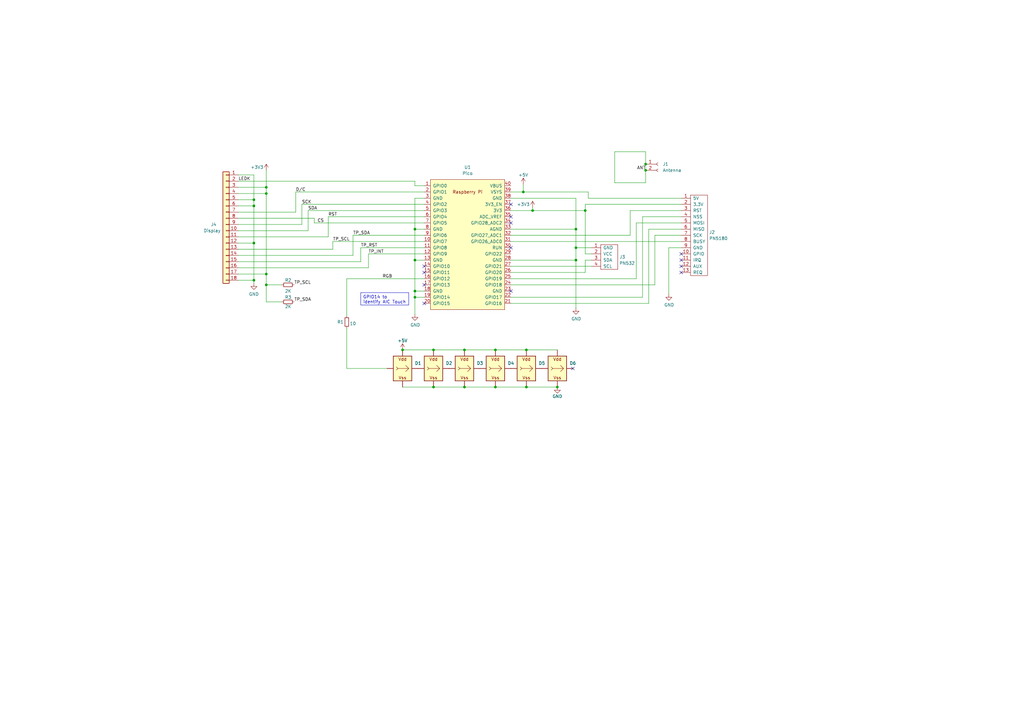
<source format=kicad_sch>
(kicad_sch (version 20230121) (generator eeschema)

  (uuid 2e3f5573-c264-4a8b-a2f0-0e6473d39aad)

  (paper "A3")

  (lib_symbols
    (symbol "Connector:Conn_01x02_Female" (pin_names (offset 1.016) hide) (in_bom yes) (on_board yes)
      (property "Reference" "J" (at 0 2.54 0)
        (effects (font (size 1.27 1.27)))
      )
      (property "Value" "Conn_01x02_Female" (at 0 -5.08 0)
        (effects (font (size 1.27 1.27)))
      )
      (property "Footprint" "" (at 0 0 0)
        (effects (font (size 1.27 1.27)) hide)
      )
      (property "Datasheet" "~" (at 0 0 0)
        (effects (font (size 1.27 1.27)) hide)
      )
      (property "ki_keywords" "connector" (at 0 0 0)
        (effects (font (size 1.27 1.27)) hide)
      )
      (property "ki_description" "Generic connector, single row, 01x02, script generated (kicad-library-utils/schlib/autogen/connector/)" (at 0 0 0)
        (effects (font (size 1.27 1.27)) hide)
      )
      (property "ki_fp_filters" "Connector*:*_1x??_*" (at 0 0 0)
        (effects (font (size 1.27 1.27)) hide)
      )
      (symbol "Conn_01x02_Female_1_1"
        (arc (start 0 -2.032) (mid -0.5058 -2.54) (end 0 -3.048)
          (stroke (width 0.1524) (type default))
          (fill (type none))
        )
        (polyline
          (pts
            (xy -1.27 -2.54)
            (xy -0.508 -2.54)
          )
          (stroke (width 0.1524) (type default))
          (fill (type none))
        )
        (polyline
          (pts
            (xy -1.27 0)
            (xy -0.508 0)
          )
          (stroke (width 0.1524) (type default))
          (fill (type none))
        )
        (arc (start 0 0.508) (mid -0.5058 0) (end 0 -0.508)
          (stroke (width 0.1524) (type default))
          (fill (type none))
        )
        (pin passive line (at -5.08 0 0) (length 3.81)
          (name "Pin_1" (effects (font (size 1.27 1.27))))
          (number "1" (effects (font (size 1.27 1.27))))
        )
        (pin passive line (at -5.08 -2.54 0) (length 3.81)
          (name "Pin_2" (effects (font (size 1.27 1.27))))
          (number "2" (effects (font (size 1.27 1.27))))
        )
      )
    )
    (symbol "Connector_Generic:Conn_01x18" (pin_names (offset 1.016) hide) (in_bom yes) (on_board yes)
      (property "Reference" "J" (at 0 22.86 0)
        (effects (font (size 1.27 1.27)))
      )
      (property "Value" "Conn_01x18" (at 0 -25.4 0)
        (effects (font (size 1.27 1.27)))
      )
      (property "Footprint" "" (at 0 0 0)
        (effects (font (size 1.27 1.27)) hide)
      )
      (property "Datasheet" "~" (at 0 0 0)
        (effects (font (size 1.27 1.27)) hide)
      )
      (property "ki_keywords" "connector" (at 0 0 0)
        (effects (font (size 1.27 1.27)) hide)
      )
      (property "ki_description" "Generic connector, single row, 01x18, script generated (kicad-library-utils/schlib/autogen/connector/)" (at 0 0 0)
        (effects (font (size 1.27 1.27)) hide)
      )
      (property "ki_fp_filters" "Connector*:*_1x??_*" (at 0 0 0)
        (effects (font (size 1.27 1.27)) hide)
      )
      (symbol "Conn_01x18_1_1"
        (rectangle (start -1.27 -22.733) (end 0 -22.987)
          (stroke (width 0.1524) (type default))
          (fill (type none))
        )
        (rectangle (start -1.27 -20.193) (end 0 -20.447)
          (stroke (width 0.1524) (type default))
          (fill (type none))
        )
        (rectangle (start -1.27 -17.653) (end 0 -17.907)
          (stroke (width 0.1524) (type default))
          (fill (type none))
        )
        (rectangle (start -1.27 -15.113) (end 0 -15.367)
          (stroke (width 0.1524) (type default))
          (fill (type none))
        )
        (rectangle (start -1.27 -12.573) (end 0 -12.827)
          (stroke (width 0.1524) (type default))
          (fill (type none))
        )
        (rectangle (start -1.27 -10.033) (end 0 -10.287)
          (stroke (width 0.1524) (type default))
          (fill (type none))
        )
        (rectangle (start -1.27 -7.493) (end 0 -7.747)
          (stroke (width 0.1524) (type default))
          (fill (type none))
        )
        (rectangle (start -1.27 -4.953) (end 0 -5.207)
          (stroke (width 0.1524) (type default))
          (fill (type none))
        )
        (rectangle (start -1.27 -2.413) (end 0 -2.667)
          (stroke (width 0.1524) (type default))
          (fill (type none))
        )
        (rectangle (start -1.27 0.127) (end 0 -0.127)
          (stroke (width 0.1524) (type default))
          (fill (type none))
        )
        (rectangle (start -1.27 2.667) (end 0 2.413)
          (stroke (width 0.1524) (type default))
          (fill (type none))
        )
        (rectangle (start -1.27 5.207) (end 0 4.953)
          (stroke (width 0.1524) (type default))
          (fill (type none))
        )
        (rectangle (start -1.27 7.747) (end 0 7.493)
          (stroke (width 0.1524) (type default))
          (fill (type none))
        )
        (rectangle (start -1.27 10.287) (end 0 10.033)
          (stroke (width 0.1524) (type default))
          (fill (type none))
        )
        (rectangle (start -1.27 12.827) (end 0 12.573)
          (stroke (width 0.1524) (type default))
          (fill (type none))
        )
        (rectangle (start -1.27 15.367) (end 0 15.113)
          (stroke (width 0.1524) (type default))
          (fill (type none))
        )
        (rectangle (start -1.27 17.907) (end 0 17.653)
          (stroke (width 0.1524) (type default))
          (fill (type none))
        )
        (rectangle (start -1.27 20.447) (end 0 20.193)
          (stroke (width 0.1524) (type default))
          (fill (type none))
        )
        (rectangle (start -1.27 21.59) (end 1.27 -24.13)
          (stroke (width 0.254) (type default))
          (fill (type background))
        )
        (pin passive line (at -5.08 20.32 0) (length 3.81)
          (name "Pin_1" (effects (font (size 1.27 1.27))))
          (number "1" (effects (font (size 1.27 1.27))))
        )
        (pin passive line (at -5.08 -2.54 0) (length 3.81)
          (name "Pin_10" (effects (font (size 1.27 1.27))))
          (number "10" (effects (font (size 1.27 1.27))))
        )
        (pin passive line (at -5.08 -5.08 0) (length 3.81)
          (name "Pin_11" (effects (font (size 1.27 1.27))))
          (number "11" (effects (font (size 1.27 1.27))))
        )
        (pin passive line (at -5.08 -7.62 0) (length 3.81)
          (name "Pin_12" (effects (font (size 1.27 1.27))))
          (number "12" (effects (font (size 1.27 1.27))))
        )
        (pin passive line (at -5.08 -10.16 0) (length 3.81)
          (name "Pin_13" (effects (font (size 1.27 1.27))))
          (number "13" (effects (font (size 1.27 1.27))))
        )
        (pin passive line (at -5.08 -12.7 0) (length 3.81)
          (name "Pin_14" (effects (font (size 1.27 1.27))))
          (number "14" (effects (font (size 1.27 1.27))))
        )
        (pin passive line (at -5.08 -15.24 0) (length 3.81)
          (name "Pin_15" (effects (font (size 1.27 1.27))))
          (number "15" (effects (font (size 1.27 1.27))))
        )
        (pin passive line (at -5.08 -17.78 0) (length 3.81)
          (name "Pin_16" (effects (font (size 1.27 1.27))))
          (number "16" (effects (font (size 1.27 1.27))))
        )
        (pin passive line (at -5.08 -20.32 0) (length 3.81)
          (name "Pin_17" (effects (font (size 1.27 1.27))))
          (number "17" (effects (font (size 1.27 1.27))))
        )
        (pin passive line (at -5.08 -22.86 0) (length 3.81)
          (name "Pin_18" (effects (font (size 1.27 1.27))))
          (number "18" (effects (font (size 1.27 1.27))))
        )
        (pin passive line (at -5.08 17.78 0) (length 3.81)
          (name "Pin_2" (effects (font (size 1.27 1.27))))
          (number "2" (effects (font (size 1.27 1.27))))
        )
        (pin passive line (at -5.08 15.24 0) (length 3.81)
          (name "Pin_3" (effects (font (size 1.27 1.27))))
          (number "3" (effects (font (size 1.27 1.27))))
        )
        (pin passive line (at -5.08 12.7 0) (length 3.81)
          (name "Pin_4" (effects (font (size 1.27 1.27))))
          (number "4" (effects (font (size 1.27 1.27))))
        )
        (pin passive line (at -5.08 10.16 0) (length 3.81)
          (name "Pin_5" (effects (font (size 1.27 1.27))))
          (number "5" (effects (font (size 1.27 1.27))))
        )
        (pin passive line (at -5.08 7.62 0) (length 3.81)
          (name "Pin_6" (effects (font (size 1.27 1.27))))
          (number "6" (effects (font (size 1.27 1.27))))
        )
        (pin passive line (at -5.08 5.08 0) (length 3.81)
          (name "Pin_7" (effects (font (size 1.27 1.27))))
          (number "7" (effects (font (size 1.27 1.27))))
        )
        (pin passive line (at -5.08 2.54 0) (length 3.81)
          (name "Pin_8" (effects (font (size 1.27 1.27))))
          (number "8" (effects (font (size 1.27 1.27))))
        )
        (pin passive line (at -5.08 0 0) (length 3.81)
          (name "Pin_9" (effects (font (size 1.27 1.27))))
          (number "9" (effects (font (size 1.27 1.27))))
        )
      )
    )
    (symbol "Device:R_Small" (pin_numbers hide) (pin_names (offset 0.254) hide) (in_bom yes) (on_board yes)
      (property "Reference" "R" (at 0.762 0.508 0)
        (effects (font (size 1.27 1.27)) (justify left))
      )
      (property "Value" "R_Small" (at 0.762 -1.016 0)
        (effects (font (size 1.27 1.27)) (justify left))
      )
      (property "Footprint" "" (at 0 0 0)
        (effects (font (size 1.27 1.27)) hide)
      )
      (property "Datasheet" "~" (at 0 0 0)
        (effects (font (size 1.27 1.27)) hide)
      )
      (property "ki_keywords" "R resistor" (at 0 0 0)
        (effects (font (size 1.27 1.27)) hide)
      )
      (property "ki_description" "Resistor, small symbol" (at 0 0 0)
        (effects (font (size 1.27 1.27)) hide)
      )
      (property "ki_fp_filters" "R_*" (at 0 0 0)
        (effects (font (size 1.27 1.27)) hide)
      )
      (symbol "R_Small_0_1"
        (rectangle (start -0.762 1.778) (end 0.762 -1.778)
          (stroke (width 0.2032) (type default))
          (fill (type none))
        )
      )
      (symbol "R_Small_1_1"
        (pin passive line (at 0 2.54 270) (length 0.762)
          (name "~" (effects (font (size 1.27 1.27))))
          (number "1" (effects (font (size 1.27 1.27))))
        )
        (pin passive line (at 0 -2.54 90) (length 0.762)
          (name "~" (effects (font (size 1.27 1.27))))
          (number "2" (effects (font (size 1.27 1.27))))
        )
      )
    )
    (symbol "aic_pico:PN5180" (pin_names (offset 1.016)) (in_bom yes) (on_board yes)
      (property "Reference" "J" (at 0 17.78 0)
        (effects (font (size 1.27 1.27)))
      )
      (property "Value" "PN5180" (at 0 -18.415 0)
        (effects (font (size 1.27 1.27)))
      )
      (property "Footprint" "aic_pico:pn5180_conn" (at 0 -17.145 0)
        (effects (font (size 1.27 1.27)) hide)
      )
      (property "Datasheet" "" (at 0 0 0)
        (effects (font (size 1.27 1.27)) hide)
      )
      (property "ki_keywords" "connector" (at 0 0 0)
        (effects (font (size 1.27 1.27)) hide)
      )
      (property "ki_description" "Generic connector, single row, 01x13, script generated" (at 0 0 0)
        (effects (font (size 1.27 1.27)) hide)
      )
      (property "ki_fp_filters" "Connector*:*_1x??_*" (at 0 0 0)
        (effects (font (size 1.27 1.27)) hide)
      )
      (symbol "PN5180_1_1"
        (rectangle (start -1.27 16.51) (end 5.715 -16.51)
          (stroke (width 0) (type default))
          (fill (type none))
        )
        (pin power_in line (at -5.08 15.24 0) (length 3.81)
          (name "5V" (effects (font (size 1.27 1.27))))
          (number "1" (effects (font (size 1.27 1.27))))
        )
        (pin bidirectional line (at -5.08 -7.62 0) (length 3.81)
          (name "GPIO" (effects (font (size 1.27 1.27))))
          (number "10" (effects (font (size 1.27 1.27))))
        )
        (pin output line (at -5.08 -10.16 0) (length 3.81)
          (name "IRQ" (effects (font (size 1.27 1.27))))
          (number "11" (effects (font (size 1.27 1.27))))
        )
        (pin bidirectional line (at -5.08 -12.7 0) (length 3.81)
          (name "AUX" (effects (font (size 1.27 1.27))))
          (number "12" (effects (font (size 1.27 1.27))))
        )
        (pin bidirectional line (at -5.08 -15.24 0) (length 3.81)
          (name "REQ" (effects (font (size 1.27 1.27))))
          (number "13" (effects (font (size 1.27 1.27))))
        )
        (pin power_in line (at -5.08 12.7 0) (length 3.81)
          (name "3.3V" (effects (font (size 1.27 1.27))))
          (number "2" (effects (font (size 1.27 1.27))))
        )
        (pin input line (at -5.08 10.16 0) (length 3.81)
          (name "RST" (effects (font (size 1.27 1.27))))
          (number "3" (effects (font (size 1.27 1.27))))
        )
        (pin input line (at -5.08 7.62 0) (length 3.81)
          (name "NSS" (effects (font (size 1.27 1.27))))
          (number "4" (effects (font (size 1.27 1.27))))
        )
        (pin input line (at -5.08 5.08 0) (length 3.81)
          (name "MOSI" (effects (font (size 1.27 1.27))))
          (number "5" (effects (font (size 1.27 1.27))))
        )
        (pin output line (at -5.08 2.54 0) (length 3.81)
          (name "MISO" (effects (font (size 1.27 1.27))))
          (number "6" (effects (font (size 1.27 1.27))))
        )
        (pin input line (at -5.08 0 0) (length 3.81)
          (name "SCK" (effects (font (size 1.27 1.27))))
          (number "7" (effects (font (size 1.27 1.27))))
        )
        (pin output line (at -5.08 -2.54 0) (length 3.81)
          (name "BUSY" (effects (font (size 1.27 1.27))))
          (number "8" (effects (font (size 1.27 1.27))))
        )
        (pin power_in line (at -5.08 -5.08 0) (length 3.81)
          (name "GND" (effects (font (size 1.27 1.27))))
          (number "9" (effects (font (size 1.27 1.27))))
        )
      )
    )
    (symbol "aic_pico:PN532" (pin_names (offset 1.016)) (in_bom yes) (on_board yes)
      (property "Reference" "J" (at -1.27 6.35 0)
        (effects (font (size 1.27 1.27)))
      )
      (property "Value" "PN532" (at 1.27 -6.985 0)
        (effects (font (size 1.27 1.27)))
      )
      (property "Footprint" "aic_pico:pn532_conn" (at -0.635 -7.62 0)
        (effects (font (size 1.27 1.27)) hide)
      )
      (property "Datasheet" "" (at 0 0 0)
        (effects (font (size 1.27 1.27)) hide)
      )
      (property "ki_keywords" "connector" (at 0 0 0)
        (effects (font (size 1.27 1.27)) hide)
      )
      (property "ki_description" "Generic connector, single row, 01x13, script generated" (at 0 0 0)
        (effects (font (size 1.27 1.27)) hide)
      )
      (property "ki_fp_filters" "Connector*:*_1x??_*" (at 0 0 0)
        (effects (font (size 1.27 1.27)) hide)
      )
      (symbol "PN532_1_1"
        (rectangle (start -2.54 5.08) (end 4.445 -5.08)
          (stroke (width 0) (type default))
          (fill (type none))
        )
        (pin power_in line (at -6.35 3.81 0) (length 3.81)
          (name "GND" (effects (font (size 1.27 1.27))))
          (number "1" (effects (font (size 1.27 1.27))))
        )
        (pin power_in line (at -6.35 1.27 0) (length 3.81)
          (name "VCC" (effects (font (size 1.27 1.27))))
          (number "2" (effects (font (size 1.27 1.27))))
        )
        (pin bidirectional line (at -6.35 -1.27 0) (length 3.81)
          (name "SDA" (effects (font (size 1.27 1.27))))
          (number "3" (effects (font (size 1.27 1.27))))
        )
        (pin bidirectional line (at -6.35 -3.81 0) (length 3.81)
          (name "SCL" (effects (font (size 1.27 1.27))))
          (number "4" (effects (font (size 1.27 1.27))))
        )
      )
    )
    (symbol "aic_pico:Pico_Trim" (pin_names (offset 1.016)) (in_bom yes) (on_board yes)
      (property "Reference" "U" (at -13.97 27.94 0)
        (effects (font (size 1.27 1.27)))
      )
      (property "Value" "Pico_Trim" (at 0 19.05 0)
        (effects (font (size 1.27 1.27)))
      )
      (property "Footprint" "aic_pico:RPi_Pico_SMD_No_USB" (at 0 0 90)
        (effects (font (size 1.27 1.27)) hide)
      )
      (property "Datasheet" "" (at 0 0 0)
        (effects (font (size 1.27 1.27)) hide)
      )
      (symbol "Pico_Trim_0_0"
        (text "Raspberry Pi" (at 0 21.59 0)
          (effects (font (size 1.27 1.27)))
        )
      )
      (symbol "Pico_Trim_0_1"
        (rectangle (start -15.24 26.67) (end 15.24 -26.67)
          (stroke (width 0) (type default))
          (fill (type background))
        )
      )
      (symbol "Pico_Trim_1_1"
        (pin bidirectional line (at -17.78 24.13 0) (length 2.54)
          (name "GPIO0" (effects (font (size 1.27 1.27))))
          (number "1" (effects (font (size 1.27 1.27))))
        )
        (pin bidirectional line (at -17.78 1.27 0) (length 2.54)
          (name "GPIO7" (effects (font (size 1.27 1.27))))
          (number "10" (effects (font (size 1.27 1.27))))
        )
        (pin bidirectional line (at -17.78 -1.27 0) (length 2.54)
          (name "GPIO8" (effects (font (size 1.27 1.27))))
          (number "11" (effects (font (size 1.27 1.27))))
        )
        (pin bidirectional line (at -17.78 -3.81 0) (length 2.54)
          (name "GPIO9" (effects (font (size 1.27 1.27))))
          (number "12" (effects (font (size 1.27 1.27))))
        )
        (pin power_in line (at -17.78 -6.35 0) (length 2.54)
          (name "GND" (effects (font (size 1.27 1.27))))
          (number "13" (effects (font (size 1.27 1.27))))
        )
        (pin bidirectional line (at -17.78 -8.89 0) (length 2.54)
          (name "GPIO10" (effects (font (size 1.27 1.27))))
          (number "14" (effects (font (size 1.27 1.27))))
        )
        (pin bidirectional line (at -17.78 -11.43 0) (length 2.54)
          (name "GPIO11" (effects (font (size 1.27 1.27))))
          (number "15" (effects (font (size 1.27 1.27))))
        )
        (pin bidirectional line (at -17.78 -13.97 0) (length 2.54)
          (name "GPIO12" (effects (font (size 1.27 1.27))))
          (number "16" (effects (font (size 1.27 1.27))))
        )
        (pin bidirectional line (at -17.78 -16.51 0) (length 2.54)
          (name "GPIO13" (effects (font (size 1.27 1.27))))
          (number "17" (effects (font (size 1.27 1.27))))
        )
        (pin power_in line (at -17.78 -19.05 0) (length 2.54)
          (name "GND" (effects (font (size 1.27 1.27))))
          (number "18" (effects (font (size 1.27 1.27))))
        )
        (pin bidirectional line (at -17.78 -21.59 0) (length 2.54)
          (name "GPIO14" (effects (font (size 1.27 1.27))))
          (number "19" (effects (font (size 1.27 1.27))))
        )
        (pin bidirectional line (at -17.78 21.59 0) (length 2.54)
          (name "GPIO1" (effects (font (size 1.27 1.27))))
          (number "2" (effects (font (size 1.27 1.27))))
        )
        (pin bidirectional line (at -17.78 -24.13 0) (length 2.54)
          (name "GPIO15" (effects (font (size 1.27 1.27))))
          (number "20" (effects (font (size 1.27 1.27))))
        )
        (pin bidirectional line (at 17.78 -24.13 180) (length 2.54)
          (name "GPIO16" (effects (font (size 1.27 1.27))))
          (number "21" (effects (font (size 1.27 1.27))))
        )
        (pin bidirectional line (at 17.78 -21.59 180) (length 2.54)
          (name "GPIO17" (effects (font (size 1.27 1.27))))
          (number "22" (effects (font (size 1.27 1.27))))
        )
        (pin power_in line (at 17.78 -19.05 180) (length 2.54)
          (name "GND" (effects (font (size 1.27 1.27))))
          (number "23" (effects (font (size 1.27 1.27))))
        )
        (pin bidirectional line (at 17.78 -16.51 180) (length 2.54)
          (name "GPIO18" (effects (font (size 1.27 1.27))))
          (number "24" (effects (font (size 1.27 1.27))))
        )
        (pin bidirectional line (at 17.78 -13.97 180) (length 2.54)
          (name "GPIO19" (effects (font (size 1.27 1.27))))
          (number "25" (effects (font (size 1.27 1.27))))
        )
        (pin bidirectional line (at 17.78 -11.43 180) (length 2.54)
          (name "GPIO20" (effects (font (size 1.27 1.27))))
          (number "26" (effects (font (size 1.27 1.27))))
        )
        (pin bidirectional line (at 17.78 -8.89 180) (length 2.54)
          (name "GPIO21" (effects (font (size 1.27 1.27))))
          (number "27" (effects (font (size 1.27 1.27))))
        )
        (pin power_in line (at 17.78 -6.35 180) (length 2.54)
          (name "GND" (effects (font (size 1.27 1.27))))
          (number "28" (effects (font (size 1.27 1.27))))
        )
        (pin bidirectional line (at 17.78 -3.81 180) (length 2.54)
          (name "GPIO22" (effects (font (size 1.27 1.27))))
          (number "29" (effects (font (size 1.27 1.27))))
        )
        (pin power_in line (at -17.78 19.05 0) (length 2.54)
          (name "GND" (effects (font (size 1.27 1.27))))
          (number "3" (effects (font (size 1.27 1.27))))
        )
        (pin input line (at 17.78 -1.27 180) (length 2.54)
          (name "RUN" (effects (font (size 1.27 1.27))))
          (number "30" (effects (font (size 1.27 1.27))))
        )
        (pin bidirectional line (at 17.78 1.27 180) (length 2.54)
          (name "GPIO26_ADC0" (effects (font (size 1.27 1.27))))
          (number "31" (effects (font (size 1.27 1.27))))
        )
        (pin bidirectional line (at 17.78 3.81 180) (length 2.54)
          (name "GPIO27_ADC1" (effects (font (size 1.27 1.27))))
          (number "32" (effects (font (size 1.27 1.27))))
        )
        (pin power_in line (at 17.78 6.35 180) (length 2.54)
          (name "AGND" (effects (font (size 1.27 1.27))))
          (number "33" (effects (font (size 1.27 1.27))))
        )
        (pin bidirectional line (at 17.78 8.89 180) (length 2.54)
          (name "GPIO28_ADC2" (effects (font (size 1.27 1.27))))
          (number "34" (effects (font (size 1.27 1.27))))
        )
        (pin unspecified line (at 17.78 11.43 180) (length 2.54)
          (name "ADC_VREF" (effects (font (size 1.27 1.27))))
          (number "35" (effects (font (size 1.27 1.27))))
        )
        (pin unspecified line (at 17.78 13.97 180) (length 2.54)
          (name "3V3" (effects (font (size 1.27 1.27))))
          (number "36" (effects (font (size 1.27 1.27))))
        )
        (pin input line (at 17.78 16.51 180) (length 2.54)
          (name "3V3_EN" (effects (font (size 1.27 1.27))))
          (number "37" (effects (font (size 1.27 1.27))))
        )
        (pin bidirectional line (at 17.78 19.05 180) (length 2.54)
          (name "GND" (effects (font (size 1.27 1.27))))
          (number "38" (effects (font (size 1.27 1.27))))
        )
        (pin unspecified line (at 17.78 21.59 180) (length 2.54)
          (name "VSYS" (effects (font (size 1.27 1.27))))
          (number "39" (effects (font (size 1.27 1.27))))
        )
        (pin bidirectional line (at -17.78 16.51 0) (length 2.54)
          (name "GPIO2" (effects (font (size 1.27 1.27))))
          (number "4" (effects (font (size 1.27 1.27))))
        )
        (pin unspecified line (at 17.78 24.13 180) (length 2.54)
          (name "VBUS" (effects (font (size 1.27 1.27))))
          (number "40" (effects (font (size 1.27 1.27))))
        )
        (pin bidirectional line (at -17.78 13.97 0) (length 2.54)
          (name "GPIO3" (effects (font (size 1.27 1.27))))
          (number "5" (effects (font (size 1.27 1.27))))
        )
        (pin bidirectional line (at -17.78 11.43 0) (length 2.54)
          (name "GPIO4" (effects (font (size 1.27 1.27))))
          (number "6" (effects (font (size 1.27 1.27))))
        )
        (pin bidirectional line (at -17.78 8.89 0) (length 2.54)
          (name "GPIO5" (effects (font (size 1.27 1.27))))
          (number "7" (effects (font (size 1.27 1.27))))
        )
        (pin power_in line (at -17.78 6.35 0) (length 2.54)
          (name "GND" (effects (font (size 1.27 1.27))))
          (number "8" (effects (font (size 1.27 1.27))))
        )
        (pin bidirectional line (at -17.78 3.81 0) (length 2.54)
          (name "GPIO6" (effects (font (size 1.27 1.27))))
          (number "9" (effects (font (size 1.27 1.27))))
        )
      )
    )
    (symbol "aic_pico:WS2812B_Unified" (pin_numbers hide) (pin_names (offset 0.254) hide) (in_bom yes) (on_board yes)
      (property "Reference" "D10" (at 2.54 6.35 0)
        (effects (font (size 1.27 1.27)))
      )
      (property "Value" "WS2812B_Unified" (at 15.24 1.7907 0)
        (effects (font (size 1.27 1.27)) hide)
      )
      (property "Footprint" "iidx_pico:WS2812B-2835" (at 1.27 -7.62 0)
        (effects (font (size 1.27 1.27)) (justify left top) hide)
      )
      (property "Datasheet" "" (at 2.54 -9.525 0)
        (effects (font (size 1.27 1.27)) (justify left top) hide)
      )
      (property "ki_keywords" "RGB LED NeoPixel addressable" (at 0 0 0)
        (effects (font (size 1.27 1.27)) hide)
      )
      (property "ki_description" "RGB LED with integrated controller" (at 0 0 0)
        (effects (font (size 1.27 1.27)) hide)
      )
      (property "ki_fp_filters" "LED*WS2812" (at 0 0 0)
        (effects (font (size 1.27 1.27)) hide)
      )
      (symbol "WS2812B_Unified_0_0"
        (polyline
          (pts
            (xy -1.905 0)
            (xy 2.54 0)
            (xy 1.27 1.27)
          )
          (stroke (width 0) (type default))
          (fill (type none))
        )
        (text "Vdd" (at 0 3.81 0)
          (effects (font (size 1.27 1.27)))
        )
        (text "Vss" (at 0 -3.81 0)
          (effects (font (size 1.27 1.27)))
        )
      )
      (symbol "WS2812B_Unified_0_1"
        (rectangle (start -3.81 5.08) (end 3.81 -5.08)
          (stroke (width 0.254) (type default))
          (fill (type background))
        )
        (polyline
          (pts
            (xy 1.27 -1.27)
            (xy 2.54 0)
          )
          (stroke (width 0) (type default))
          (fill (type none))
        )
        (polyline
          (pts
            (xy -2.54 0.635)
            (xy -1.905 0)
            (xy -2.54 -0.635)
          )
          (stroke (width 0) (type default))
          (fill (type none))
        )
      )
      (symbol "WS2812B_Unified_1_1"
        (pin power_in line (at 0 -7.62 90) (length 2.54)
          (name "VSS" (effects (font (size 1.27 1.27))))
          (number "G" (effects (font (size 1.27 1.27))))
        )
        (pin input line (at -6.35 0 0) (length 2.54)
          (name "In" (effects (font (size 1.27 1.27))))
          (number "I" (effects (font (size 1.27 1.27))))
        )
        (pin output line (at 6.35 0 180) (length 2.54)
          (name "Out" (effects (font (size 1.27 1.27))))
          (number "O" (effects (font (size 1.27 1.27))))
        )
        (pin power_in line (at 0 7.62 270) (length 2.54)
          (name "VDD" (effects (font (size 1.27 1.27))))
          (number "V" (effects (font (size 1.27 1.27))))
        )
      )
    )
    (symbol "power:+3V3" (power) (pin_names (offset 0)) (in_bom yes) (on_board yes)
      (property "Reference" "#PWR" (at 0 -3.81 0)
        (effects (font (size 1.27 1.27)) hide)
      )
      (property "Value" "+3V3" (at 0 3.556 0)
        (effects (font (size 1.27 1.27)))
      )
      (property "Footprint" "" (at 0 0 0)
        (effects (font (size 1.27 1.27)) hide)
      )
      (property "Datasheet" "" (at 0 0 0)
        (effects (font (size 1.27 1.27)) hide)
      )
      (property "ki_keywords" "power-flag" (at 0 0 0)
        (effects (font (size 1.27 1.27)) hide)
      )
      (property "ki_description" "Power symbol creates a global label with name \"+3V3\"" (at 0 0 0)
        (effects (font (size 1.27 1.27)) hide)
      )
      (symbol "+3V3_0_1"
        (polyline
          (pts
            (xy -0.762 1.27)
            (xy 0 2.54)
          )
          (stroke (width 0) (type default))
          (fill (type none))
        )
        (polyline
          (pts
            (xy 0 0)
            (xy 0 2.54)
          )
          (stroke (width 0) (type default))
          (fill (type none))
        )
        (polyline
          (pts
            (xy 0 2.54)
            (xy 0.762 1.27)
          )
          (stroke (width 0) (type default))
          (fill (type none))
        )
      )
      (symbol "+3V3_1_1"
        (pin power_in line (at 0 0 90) (length 0) hide
          (name "+3V3" (effects (font (size 1.27 1.27))))
          (number "1" (effects (font (size 1.27 1.27))))
        )
      )
    )
    (symbol "power:+5V" (power) (pin_names (offset 0)) (in_bom yes) (on_board yes)
      (property "Reference" "#PWR" (at 0 -3.81 0)
        (effects (font (size 1.27 1.27)) hide)
      )
      (property "Value" "+5V" (at 0 3.556 0)
        (effects (font (size 1.27 1.27)))
      )
      (property "Footprint" "" (at 0 0 0)
        (effects (font (size 1.27 1.27)) hide)
      )
      (property "Datasheet" "" (at 0 0 0)
        (effects (font (size 1.27 1.27)) hide)
      )
      (property "ki_keywords" "power-flag" (at 0 0 0)
        (effects (font (size 1.27 1.27)) hide)
      )
      (property "ki_description" "Power symbol creates a global label with name \"+5V\"" (at 0 0 0)
        (effects (font (size 1.27 1.27)) hide)
      )
      (symbol "+5V_0_1"
        (polyline
          (pts
            (xy -0.762 1.27)
            (xy 0 2.54)
          )
          (stroke (width 0) (type default))
          (fill (type none))
        )
        (polyline
          (pts
            (xy 0 0)
            (xy 0 2.54)
          )
          (stroke (width 0) (type default))
          (fill (type none))
        )
        (polyline
          (pts
            (xy 0 2.54)
            (xy 0.762 1.27)
          )
          (stroke (width 0) (type default))
          (fill (type none))
        )
      )
      (symbol "+5V_1_1"
        (pin power_in line (at 0 0 90) (length 0) hide
          (name "+5V" (effects (font (size 1.27 1.27))))
          (number "1" (effects (font (size 1.27 1.27))))
        )
      )
    )
    (symbol "power:GND" (power) (pin_names (offset 0)) (in_bom yes) (on_board yes)
      (property "Reference" "#PWR" (at 0 -6.35 0)
        (effects (font (size 1.27 1.27)) hide)
      )
      (property "Value" "GND" (at 0 -3.81 0)
        (effects (font (size 1.27 1.27)))
      )
      (property "Footprint" "" (at 0 0 0)
        (effects (font (size 1.27 1.27)) hide)
      )
      (property "Datasheet" "" (at 0 0 0)
        (effects (font (size 1.27 1.27)) hide)
      )
      (property "ki_keywords" "power-flag" (at 0 0 0)
        (effects (font (size 1.27 1.27)) hide)
      )
      (property "ki_description" "Power symbol creates a global label with name \"GND\" , ground" (at 0 0 0)
        (effects (font (size 1.27 1.27)) hide)
      )
      (symbol "GND_0_1"
        (polyline
          (pts
            (xy 0 0)
            (xy 0 -1.27)
            (xy 1.27 -1.27)
            (xy 0 -2.54)
            (xy -1.27 -1.27)
            (xy 0 -1.27)
          )
          (stroke (width 0) (type default))
          (fill (type none))
        )
      )
      (symbol "GND_1_1"
        (pin power_in line (at 0 0 270) (length 0) hide
          (name "GND" (effects (font (size 1.27 1.27))))
          (number "1" (effects (font (size 1.27 1.27))))
        )
      )
    )
  )

  (junction (at 177.8 158.75) (diameter 0) (color 0 0 0 0)
    (uuid 1535672b-00bd-4f01-b5f6-6c89487baad7)
  )
  (junction (at 109.22 112.395) (diameter 0) (color 0 0 0 0)
    (uuid 195819ec-fc70-4fe7-adcb-f8ead16cb200)
  )
  (junction (at 215.9 143.51) (diameter 0) (color 0 0 0 0)
    (uuid 26448785-d6dc-4007-a201-81d140779ec5)
  )
  (junction (at 190.5 143.51) (diameter 0) (color 0 0 0 0)
    (uuid 264684aa-feba-4b81-adea-cb023c8c69d5)
  )
  (junction (at 190.5 158.75) (diameter 0) (color 0 0 0 0)
    (uuid 307b47b3-1ef1-480d-8c2d-2ffcb1fdcdc2)
  )
  (junction (at 240.03 86.36) (diameter 0) (color 0 0 0 0)
    (uuid 40d30f47-ddb9-492d-af90-985cc745e334)
  )
  (junction (at 177.8 143.51) (diameter 0) (color 0 0 0 0)
    (uuid 416e621e-c1e9-4b5a-a420-6c5b2cb432b5)
  )
  (junction (at 203.2 158.75) (diameter 0) (color 0 0 0 0)
    (uuid 4d02e5f1-05e6-4474-a6f7-a3866e145eab)
  )
  (junction (at 165.1 143.51) (diameter 0) (color 0 0 0 0)
    (uuid 5a771f0e-90db-42f5-bbb7-c78542f642aa)
  )
  (junction (at 170.18 119.38) (diameter 0) (color 0 0 0 0)
    (uuid 5da908a0-a166-430f-b8d6-3b2ec8444c35)
  )
  (junction (at 214.63 78.74) (diameter 0) (color 0 0 0 0)
    (uuid 5e6c0f09-4c26-4a97-862d-d07f26f57217)
  )
  (junction (at 109.22 116.84) (diameter 0) (color 0 0 0 0)
    (uuid 60ed15fe-87cf-4c25-8377-9eeeacc7458f)
  )
  (junction (at 218.44 86.36) (diameter 0) (color 0 0 0 0)
    (uuid 686e90fd-231c-4609-97ac-0d21140c846a)
  )
  (junction (at 228.6 158.75) (diameter 0) (color 0 0 0 0)
    (uuid 716ff7f6-a7b7-4255-80ba-034d7f03f119)
  )
  (junction (at 104.14 84.455) (diameter 0) (color 0 0 0 0)
    (uuid 7b297fc4-2a44-4721-800e-d2fe1a3e6bd1)
  )
  (junction (at 104.14 114.935) (diameter 0) (color 0 0 0 0)
    (uuid 87c20c2c-07b1-4be9-9cf3-3c1c8cb84d93)
  )
  (junction (at 203.2 143.51) (diameter 0) (color 0 0 0 0)
    (uuid 941ccbb3-6ecf-4dfe-9a14-a585de4ff137)
  )
  (junction (at 215.9 158.75) (diameter 0) (color 0 0 0 0)
    (uuid 98f45ed8-3359-4049-8b8e-49336e162522)
  )
  (junction (at 109.22 79.375) (diameter 0) (color 0 0 0 0)
    (uuid a6c4df32-05b0-4540-bdc1-ab4155f2b0a6)
  )
  (junction (at 109.22 76.835) (diameter 0) (color 0 0 0 0)
    (uuid a711bd98-c1f5-444a-ace6-c6fb40082bd0)
  )
  (junction (at 170.18 106.68) (diameter 0) (color 0 0 0 0)
    (uuid b6c9967b-f254-4f60-b18f-1bdf657a45ee)
  )
  (junction (at 264.795 67.31) (diameter 0) (color 0 0 0 0)
    (uuid b8b3249a-1330-4dc7-9518-f865d92fefd6)
  )
  (junction (at 236.22 101.6) (diameter 0) (color 0 0 0 0)
    (uuid c4f037e7-eee6-4d5a-8c03-0cfdbe21e0a5)
  )
  (junction (at 170.18 93.98) (diameter 0) (color 0 0 0 0)
    (uuid d1d1050e-598a-46ab-acbe-d4e45528f065)
  )
  (junction (at 104.14 99.695) (diameter 0) (color 0 0 0 0)
    (uuid da5223dc-1c46-41af-8505-d59313de5639)
  )
  (junction (at 170.18 121.92) (diameter 0) (color 0 0 0 0)
    (uuid dcbb477e-924e-4751-8144-486ea3d2baba)
  )
  (junction (at 236.22 106.68) (diameter 0) (color 0 0 0 0)
    (uuid eb040594-1569-4b81-abeb-13d79c4b83a5)
  )
  (junction (at 236.22 93.98) (diameter 0) (color 0 0 0 0)
    (uuid eb6cccb9-dd9d-439e-b15a-f5c4ad573581)
  )
  (junction (at 264.795 69.85) (diameter 0) (color 0 0 0 0)
    (uuid f447bbaa-3251-493f-b974-3e55f57bf618)
  )
  (junction (at 104.14 81.915) (diameter 0) (color 0 0 0 0)
    (uuid fffe80bd-e6b2-45d8-aa4b-18edc8f20b26)
  )

  (no_connect (at 279.4 106.68) (uuid 27131769-043e-4002-a458-720fec6bd055))
  (no_connect (at 279.4 109.22) (uuid 40c186fe-de5d-436a-a0b6-db6698290ac0))
  (no_connect (at 209.55 101.6) (uuid 490ed4ff-9da7-4951-bd46-3715875e8850))
  (no_connect (at 209.55 83.82) (uuid 490ed4ff-9da7-4951-bd46-3715875e8856))
  (no_connect (at 209.55 88.9) (uuid 490ed4ff-9da7-4951-bd46-3715875e8858))
  (no_connect (at 209.55 91.44) (uuid 4fd199c4-5de5-42fd-82e8-5266094a993d))
  (no_connect (at 234.95 151.13) (uuid 58ffe2e7-e3e3-49cc-9161-310b712decd8))
  (no_connect (at 173.99 116.84) (uuid 5a68e341-cfb1-43a0-97a0-967f79c94036))
  (no_connect (at 173.99 124.46) (uuid 8bc6af01-67d2-4973-93f1-095067114edd))
  (no_connect (at 173.99 109.22) (uuid aca7ad81-1eb6-463f-88ff-b75f4b61a433))
  (no_connect (at 279.4 104.14) (uuid c7a3d5d7-f91e-4c05-bd6f-4028f4e02b41))
  (no_connect (at 173.99 111.76) (uuid e462b057-a0a3-4c76-912b-9309d9b2e01a))
  (no_connect (at 279.4 111.76) (uuid e5f413f5-26df-4ac3-b8cf-44e3c70ef5a9))
  (no_connect (at 209.55 119.38) (uuid fcb4b9e4-9c2e-4bd8-90a6-ee5bcd5bf313))

  (wire (pts (xy 240.03 83.82) (xy 279.4 83.82))
    (stroke (width 0) (type default))
    (uuid 017bb6c2-a5a5-45ad-b6a8-016561f67002)
  )
  (wire (pts (xy 97.79 81.915) (xy 104.14 81.915))
    (stroke (width 0) (type default))
    (uuid 0300934b-cc67-4788-9bca-034c19b2cc53)
  )
  (wire (pts (xy 173.99 83.82) (xy 123.825 83.82))
    (stroke (width 0) (type default))
    (uuid 04c7528b-c2c3-44fe-ba56-46034ec5a489)
  )
  (wire (pts (xy 268.605 96.52) (xy 279.4 96.52))
    (stroke (width 0) (type default))
    (uuid 05318c79-b84f-4bb3-b72b-3d46db2442ae)
  )
  (wire (pts (xy 209.55 86.36) (xy 218.44 86.36))
    (stroke (width 0) (type default))
    (uuid 05df71de-724c-4632-8c41-7288fe19d044)
  )
  (wire (pts (xy 209.55 114.3) (xy 260.985 114.3))
    (stroke (width 0) (type default))
    (uuid 05ea8712-6b49-4d0e-9c87-baae3b2c0196)
  )
  (wire (pts (xy 170.18 81.28) (xy 170.18 93.98))
    (stroke (width 0) (type default))
    (uuid 061ed33a-c368-4e83-8119-e3222027301e)
  )
  (wire (pts (xy 115.57 116.84) (xy 109.22 116.84))
    (stroke (width 0) (type default))
    (uuid 0c1efb88-5fa6-4ef6-b6fc-6640e6496c6c)
  )
  (wire (pts (xy 97.79 71.755) (xy 104.14 71.755))
    (stroke (width 0) (type default))
    (uuid 13839a03-0118-4a78-a6c2-0f6364670272)
  )
  (wire (pts (xy 126.365 86.36) (xy 126.365 94.615))
    (stroke (width 0) (type default))
    (uuid 15d85e65-a8bc-46c8-a1ae-a81e372fcd8c)
  )
  (wire (pts (xy 165.1 158.75) (xy 177.8 158.75))
    (stroke (width 0) (type default))
    (uuid 1643bb34-f4be-468c-ac34-5f15764e1f05)
  )
  (wire (pts (xy 136.525 99.06) (xy 173.99 99.06))
    (stroke (width 0) (type default))
    (uuid 16c519f4-39de-4810-8f73-da479aa6627c)
  )
  (wire (pts (xy 104.14 99.695) (xy 104.14 114.935))
    (stroke (width 0) (type default))
    (uuid 18a7757a-0536-4160-9bca-01fbae1fee4b)
  )
  (wire (pts (xy 104.14 114.935) (xy 104.14 116.205))
    (stroke (width 0) (type default))
    (uuid 18e9e329-8c40-47a9-ab18-59a72e394f7b)
  )
  (wire (pts (xy 134.62 88.9) (xy 173.99 88.9))
    (stroke (width 0) (type default))
    (uuid 1bfbb52d-cd63-4a49-84ca-4f4cc7209d00)
  )
  (wire (pts (xy 126.365 94.615) (xy 97.79 94.615))
    (stroke (width 0) (type default))
    (uuid 1c8d0708-6a9d-4a29-9b38-25ccd8bd10e3)
  )
  (wire (pts (xy 236.22 81.28) (xy 236.22 93.98))
    (stroke (width 0) (type default))
    (uuid 1d1a95b4-7da5-48cb-ae78-f0d88b02ccc0)
  )
  (wire (pts (xy 209.55 121.92) (xy 263.525 121.92))
    (stroke (width 0) (type default))
    (uuid 2339d0e9-4574-43e7-874c-cdc78f8b646c)
  )
  (wire (pts (xy 147.955 101.6) (xy 173.99 101.6))
    (stroke (width 0) (type default))
    (uuid 24ef20d4-b324-417d-a9d7-840d4e80cbd2)
  )
  (wire (pts (xy 252.095 74.93) (xy 264.795 74.93))
    (stroke (width 0) (type default))
    (uuid 28c25ed1-489a-4944-94b7-428474ff5385)
  )
  (wire (pts (xy 236.22 101.6) (xy 236.22 106.68))
    (stroke (width 0) (type default))
    (uuid 2b899cbd-d46b-4fd8-9d6c-7814695ed2cc)
  )
  (wire (pts (xy 170.18 121.92) (xy 173.99 121.92))
    (stroke (width 0) (type default))
    (uuid 2d94624e-0b9d-4710-b2aa-d1c072293b0a)
  )
  (wire (pts (xy 109.22 116.84) (xy 109.22 112.395))
    (stroke (width 0) (type default))
    (uuid 2dfe345a-11c2-4960-bbc9-5d1308262fb1)
  )
  (wire (pts (xy 136.525 102.235) (xy 97.79 102.235))
    (stroke (width 0) (type default))
    (uuid 2e9cf09f-33f9-47dc-b067-735a86660e37)
  )
  (wire (pts (xy 274.32 101.6) (xy 274.32 120.65))
    (stroke (width 0) (type default))
    (uuid 30ba055f-bc65-4794-b05e-4cee15b061ca)
  )
  (wire (pts (xy 144.78 96.52) (xy 173.99 96.52))
    (stroke (width 0) (type default))
    (uuid 325958c3-8517-48a4-838d-7867d03b72af)
  )
  (wire (pts (xy 121.285 86.995) (xy 121.285 78.74))
    (stroke (width 0) (type default))
    (uuid 39d34b5c-5656-48d2-b9bc-cf2122327f9b)
  )
  (wire (pts (xy 123.825 92.075) (xy 97.79 92.075))
    (stroke (width 0) (type default))
    (uuid 43ddb7df-9d03-49fb-80db-2b29d3216181)
  )
  (wire (pts (xy 218.44 86.36) (xy 240.03 86.36))
    (stroke (width 0) (type default))
    (uuid 45f0c82d-5825-49c9-9601-468b70c04197)
  )
  (wire (pts (xy 215.9 158.75) (xy 228.6 158.75))
    (stroke (width 0) (type default))
    (uuid 461584b2-a586-4891-9042-38ae06fe1099)
  )
  (wire (pts (xy 263.525 121.92) (xy 263.525 88.9))
    (stroke (width 0) (type default))
    (uuid 469c3794-ac25-42c7-b65f-0892a6dd6116)
  )
  (wire (pts (xy 170.18 93.98) (xy 170.18 106.68))
    (stroke (width 0) (type default))
    (uuid 4adcfb4d-7d50-4bc3-bc95-b7a633f31cb9)
  )
  (wire (pts (xy 236.22 106.68) (xy 236.22 126.365))
    (stroke (width 0) (type default))
    (uuid 4b45beb2-f05d-4b62-b428-691ed790546f)
  )
  (wire (pts (xy 263.525 88.9) (xy 279.4 88.9))
    (stroke (width 0) (type default))
    (uuid 50f5f5d9-6d84-46a6-af43-59bd3138aa54)
  )
  (wire (pts (xy 190.5 158.75) (xy 203.2 158.75))
    (stroke (width 0) (type default))
    (uuid 592adaf4-bb39-45b5-ae6b-56446b5a3205)
  )
  (wire (pts (xy 173.99 86.36) (xy 126.365 86.36))
    (stroke (width 0) (type default))
    (uuid 59395ebc-138b-4db7-ba22-86bf8a3d4d8b)
  )
  (wire (pts (xy 241.3 81.28) (xy 279.4 81.28))
    (stroke (width 0) (type default))
    (uuid 5ffde14b-0153-4cd8-a997-f09408756e3f)
  )
  (wire (pts (xy 97.79 112.395) (xy 109.22 112.395))
    (stroke (width 0) (type default))
    (uuid 6563b358-f6a5-4812-a6de-1d5da456458c)
  )
  (wire (pts (xy 97.79 104.775) (xy 144.78 104.775))
    (stroke (width 0) (type default))
    (uuid 6681a87e-5271-4b69-94a8-f2ea2a206fce)
  )
  (wire (pts (xy 203.2 158.75) (xy 215.9 158.75))
    (stroke (width 0) (type default))
    (uuid 6a29459a-7f95-446b-86f8-87e04e52c0bf)
  )
  (wire (pts (xy 242.57 106.68) (xy 240.03 106.68))
    (stroke (width 0) (type default))
    (uuid 7014eb2c-98bf-4ec6-ba27-f74377546b6f)
  )
  (wire (pts (xy 215.9 143.51) (xy 228.6 143.51))
    (stroke (width 0) (type default))
    (uuid 723da576-0f4d-4af1-9461-723aa37531d3)
  )
  (wire (pts (xy 165.1 143.51) (xy 177.8 143.51))
    (stroke (width 0) (type default))
    (uuid 727ed2dd-76b9-443f-af2a-8f74d458f268)
  )
  (wire (pts (xy 97.79 79.375) (xy 109.22 79.375))
    (stroke (width 0) (type default))
    (uuid 74801381-a39c-49e5-8a33-8a9bf3cbfdd9)
  )
  (wire (pts (xy 142.24 114.3) (xy 142.24 129.54))
    (stroke (width 0) (type default))
    (uuid 750f60d3-fdae-4931-bf04-cd21db27f633)
  )
  (wire (pts (xy 97.79 97.155) (xy 134.62 97.155))
    (stroke (width 0) (type default))
    (uuid 78606c2e-d87d-4d4e-8145-953a8ea7763a)
  )
  (wire (pts (xy 121.285 86.995) (xy 97.79 86.995))
    (stroke (width 0) (type default))
    (uuid 7899ffc3-a6ff-485f-a471-b99719445bb4)
  )
  (wire (pts (xy 128.905 89.535) (xy 97.79 89.535))
    (stroke (width 0) (type default))
    (uuid 79c25d3c-2dc0-4eef-9501-2f2dd2e59636)
  )
  (wire (pts (xy 264.795 67.31) (xy 264.795 69.85))
    (stroke (width 0) (type default))
    (uuid 803be86d-3b36-4689-a158-5e7d7dcb6393)
  )
  (wire (pts (xy 218.44 85.09) (xy 218.44 86.36))
    (stroke (width 0) (type default))
    (uuid 81ea6fd2-ede8-487b-a78a-89b57b2dd1f9)
  )
  (wire (pts (xy 97.79 76.835) (xy 109.22 76.835))
    (stroke (width 0) (type default))
    (uuid 85a8f15c-feb9-4a35-b68d-4f1bae272908)
  )
  (wire (pts (xy 240.03 104.14) (xy 240.03 86.36))
    (stroke (width 0) (type default))
    (uuid 860693df-4a81-4894-a538-73372ff00fdf)
  )
  (wire (pts (xy 97.79 74.295) (xy 170.18 74.295))
    (stroke (width 0) (type default))
    (uuid 867ee926-e9d5-4b1f-94e8-4e86da03aee9)
  )
  (wire (pts (xy 170.18 76.2) (xy 173.99 76.2))
    (stroke (width 0) (type default))
    (uuid 8950d867-a0e8-46a0-9a5b-0b2d6a4f229a)
  )
  (wire (pts (xy 128.905 91.44) (xy 173.99 91.44))
    (stroke (width 0) (type default))
    (uuid 8a844332-59d6-4071-a50b-335820d512f8)
  )
  (wire (pts (xy 177.8 158.75) (xy 190.5 158.75))
    (stroke (width 0) (type default))
    (uuid 8c1cca74-27c1-4650-8b7c-3bb6ced1b091)
  )
  (wire (pts (xy 264.795 74.93) (xy 264.795 69.85))
    (stroke (width 0) (type default))
    (uuid 8d4d113b-1a3e-483c-b751-4e443966fa58)
  )
  (wire (pts (xy 170.18 121.92) (xy 170.18 128.905))
    (stroke (width 0) (type default))
    (uuid 9056eae1-c906-4b39-b00e-1defad741261)
  )
  (wire (pts (xy 279.4 101.6) (xy 274.32 101.6))
    (stroke (width 0) (type default))
    (uuid 9341a03a-f345-4e25-8235-b5643e957b3d)
  )
  (wire (pts (xy 151.13 109.855) (xy 151.13 104.14))
    (stroke (width 0) (type default))
    (uuid 943bc9d1-8217-4421-806e-fd53209cbca6)
  )
  (wire (pts (xy 177.8 143.51) (xy 190.5 143.51))
    (stroke (width 0) (type default))
    (uuid 94aa8de4-a27e-4ced-9ddf-1ebe61ba7a69)
  )
  (wire (pts (xy 241.3 78.74) (xy 241.3 81.28))
    (stroke (width 0) (type default))
    (uuid 94b48a45-8770-4c4e-b777-48d7656fe8f6)
  )
  (wire (pts (xy 97.79 84.455) (xy 104.14 84.455))
    (stroke (width 0) (type default))
    (uuid 96c9a633-f956-44b4-85bd-8db0e0a9378a)
  )
  (wire (pts (xy 104.14 81.915) (xy 104.14 84.455))
    (stroke (width 0) (type default))
    (uuid 989aff07-568f-48cd-bb54-2c6fb29ee478)
  )
  (wire (pts (xy 144.78 104.775) (xy 144.78 96.52))
    (stroke (width 0) (type default))
    (uuid 9a05fefe-5d46-40de-a646-f0819cba521b)
  )
  (wire (pts (xy 214.63 78.74) (xy 209.55 78.74))
    (stroke (width 0) (type default))
    (uuid 9caa4a44-dd69-4cb8-aa58-d8fd3381072d)
  )
  (wire (pts (xy 170.18 106.68) (xy 170.18 119.38))
    (stroke (width 0) (type default))
    (uuid 9ea3566c-d6f1-4fa1-9aa0-797ac9eff1ce)
  )
  (wire (pts (xy 97.79 99.695) (xy 104.14 99.695))
    (stroke (width 0) (type default))
    (uuid a04aeca4-ff98-4368-93c8-68930882a527)
  )
  (wire (pts (xy 109.22 79.375) (xy 109.22 76.835))
    (stroke (width 0) (type default))
    (uuid a0b16b4d-295b-428e-bfe5-15c392e0557c)
  )
  (wire (pts (xy 97.79 109.855) (xy 151.13 109.855))
    (stroke (width 0) (type default))
    (uuid a1ea4869-f7a9-4137-8ba8-c854183782e3)
  )
  (wire (pts (xy 104.14 71.755) (xy 104.14 81.915))
    (stroke (width 0) (type default))
    (uuid a49a762d-470d-4bd3-8311-b2227e2d092a)
  )
  (wire (pts (xy 109.22 123.825) (xy 109.22 116.84))
    (stroke (width 0) (type default))
    (uuid a9bf0793-3aee-4425-8d0d-8e5953666597)
  )
  (wire (pts (xy 240.03 86.36) (xy 240.03 83.82))
    (stroke (width 0) (type default))
    (uuid aad1746c-5445-45c4-948d-4138f4e4b9eb)
  )
  (wire (pts (xy 136.525 102.235) (xy 136.525 99.06))
    (stroke (width 0) (type default))
    (uuid ad2188ba-0b13-42a3-8a9e-96b2518841e6)
  )
  (wire (pts (xy 260.985 114.3) (xy 260.985 91.44))
    (stroke (width 0) (type default))
    (uuid ae126523-3262-472f-b335-7e84b3477cbe)
  )
  (wire (pts (xy 240.03 111.76) (xy 209.55 111.76))
    (stroke (width 0) (type default))
    (uuid af70640e-d96f-4456-b40f-54fb704061dc)
  )
  (wire (pts (xy 264.795 67.31) (xy 264.795 62.23))
    (stroke (width 0) (type default))
    (uuid b51787e2-960d-4502-b744-432f758d3ca7)
  )
  (wire (pts (xy 142.24 134.62) (xy 142.24 151.13))
    (stroke (width 0) (type default))
    (uuid b52ff007-f449-4ecb-99f6-8acecf0fba1c)
  )
  (wire (pts (xy 173.99 114.3) (xy 142.24 114.3))
    (stroke (width 0) (type default))
    (uuid b5bcc1bf-6b3d-480c-b567-2c9a82503523)
  )
  (wire (pts (xy 173.99 81.28) (xy 170.18 81.28))
    (stroke (width 0) (type default))
    (uuid b7897910-88c4-47ed-99ab-0e26390cf0b8)
  )
  (wire (pts (xy 170.18 119.38) (xy 173.99 119.38))
    (stroke (width 0) (type default))
    (uuid b7ad8570-eef9-4c9d-ae61-a1d898146af8)
  )
  (wire (pts (xy 97.79 114.935) (xy 104.14 114.935))
    (stroke (width 0) (type default))
    (uuid b85a7b13-d2ba-411f-9b14-5a64b1060afb)
  )
  (wire (pts (xy 128.905 91.44) (xy 128.905 89.535))
    (stroke (width 0) (type default))
    (uuid b96c1aeb-59d0-4694-a89d-7dcecb4b8dba)
  )
  (wire (pts (xy 260.985 91.44) (xy 279.4 91.44))
    (stroke (width 0) (type default))
    (uuid c1391825-34fe-4c00-a3dc-6386c837a968)
  )
  (wire (pts (xy 266.065 93.98) (xy 279.4 93.98))
    (stroke (width 0) (type default))
    (uuid c3d76342-5fb6-4155-932e-f6a5d15d4a99)
  )
  (wire (pts (xy 242.57 104.14) (xy 240.03 104.14))
    (stroke (width 0) (type default))
    (uuid c4f5d47f-457a-4c35-9cc9-90bdb2ea31d1)
  )
  (wire (pts (xy 209.55 81.28) (xy 236.22 81.28))
    (stroke (width 0) (type default))
    (uuid c52c8eb1-c93d-450d-8a76-c57a0e8eb778)
  )
  (wire (pts (xy 190.5 143.51) (xy 203.2 143.51))
    (stroke (width 0) (type default))
    (uuid c661c71e-b22a-45bf-8a93-7a12e2762e33)
  )
  (wire (pts (xy 97.79 107.315) (xy 147.955 107.315))
    (stroke (width 0) (type default))
    (uuid c6867988-33be-41be-a1c0-38d1dca471cb)
  )
  (wire (pts (xy 209.55 106.68) (xy 236.22 106.68))
    (stroke (width 0) (type default))
    (uuid c8248b2c-8af4-4b76-b0fb-08eb5d103cb7)
  )
  (wire (pts (xy 209.55 124.46) (xy 266.065 124.46))
    (stroke (width 0) (type default))
    (uuid cad4148e-43f1-4ffa-8546-bae7f0bb94c3)
  )
  (wire (pts (xy 266.065 124.46) (xy 266.065 93.98))
    (stroke (width 0) (type default))
    (uuid cc6e0881-e4b4-4ef9-b614-26379d9bc8f7)
  )
  (wire (pts (xy 236.22 93.98) (xy 236.22 101.6))
    (stroke (width 0) (type default))
    (uuid cefeebac-484c-4de5-ba3c-fb862ee6c768)
  )
  (wire (pts (xy 258.445 86.36) (xy 279.4 86.36))
    (stroke (width 0) (type default))
    (uuid d1c6ff6a-a299-4aa0-b601-90d55e55512a)
  )
  (wire (pts (xy 115.57 123.825) (xy 109.22 123.825))
    (stroke (width 0) (type default))
    (uuid d7242dae-eb58-4780-ba61-e4e4cead3c76)
  )
  (wire (pts (xy 214.63 78.74) (xy 241.3 78.74))
    (stroke (width 0) (type default))
    (uuid d79fca90-2cd4-4868-9e9b-73c139610103)
  )
  (wire (pts (xy 268.605 116.84) (xy 268.605 96.52))
    (stroke (width 0) (type default))
    (uuid d7c13a81-4bab-4d79-8fbb-dd2ec5f6821f)
  )
  (wire (pts (xy 104.14 84.455) (xy 104.14 99.695))
    (stroke (width 0) (type default))
    (uuid d946df88-6859-4502-a907-516b89e937e2)
  )
  (wire (pts (xy 209.55 93.98) (xy 236.22 93.98))
    (stroke (width 0) (type default))
    (uuid da8ac36b-b1d7-48b0-8e0a-9e0901496d83)
  )
  (wire (pts (xy 109.22 76.835) (xy 109.22 69.85))
    (stroke (width 0) (type default))
    (uuid dd7d9878-ee0c-45ad-82ca-f6170110b0c4)
  )
  (wire (pts (xy 142.24 151.13) (xy 158.75 151.13))
    (stroke (width 0) (type default))
    (uuid e0820794-9533-443f-a059-23880cdc5fee)
  )
  (wire (pts (xy 123.825 83.82) (xy 123.825 92.075))
    (stroke (width 0) (type default))
    (uuid e12afb99-a3df-45d4-a325-6556c7691820)
  )
  (wire (pts (xy 209.55 109.22) (xy 242.57 109.22))
    (stroke (width 0) (type default))
    (uuid e312e1b1-66b5-4460-b6e5-b82a447d4878)
  )
  (wire (pts (xy 121.285 78.74) (xy 173.99 78.74))
    (stroke (width 0) (type default))
    (uuid e60912ff-73b0-4864-bbfb-d4b1997ce5c0)
  )
  (wire (pts (xy 147.955 107.315) (xy 147.955 101.6))
    (stroke (width 0) (type default))
    (uuid e6266327-e4df-4597-9cb3-50c3fa19b794)
  )
  (wire (pts (xy 209.55 116.84) (xy 268.605 116.84))
    (stroke (width 0) (type default))
    (uuid e6437f89-6456-4950-9545-62c1d48bbdce)
  )
  (wire (pts (xy 134.62 97.155) (xy 134.62 88.9))
    (stroke (width 0) (type default))
    (uuid e6dd46ae-2c3b-46a4-99c7-755818b60c85)
  )
  (wire (pts (xy 209.55 99.06) (xy 279.4 99.06))
    (stroke (width 0) (type default))
    (uuid e9ad95fb-645c-44b3-a167-8f6189fde852)
  )
  (wire (pts (xy 258.445 96.52) (xy 209.55 96.52))
    (stroke (width 0) (type default))
    (uuid ea0d9c95-141c-49bb-a0c3-46d9aad6c413)
  )
  (wire (pts (xy 203.2 143.51) (xy 215.9 143.51))
    (stroke (width 0) (type default))
    (uuid ed21bd5c-9316-4642-9f95-9cf5f7a1a935)
  )
  (wire (pts (xy 170.18 93.98) (xy 173.99 93.98))
    (stroke (width 0) (type default))
    (uuid ed32619c-b83c-476a-87bf-34c2c98cd95e)
  )
  (wire (pts (xy 258.445 86.36) (xy 258.445 96.52))
    (stroke (width 0) (type default))
    (uuid f273ba96-6571-489d-bf04-5ed71d666a51)
  )
  (wire (pts (xy 214.63 75.565) (xy 214.63 78.74))
    (stroke (width 0) (type default))
    (uuid f5ca67d5-89f0-4b84-8625-319746f035ba)
  )
  (wire (pts (xy 170.18 119.38) (xy 170.18 121.92))
    (stroke (width 0) (type default))
    (uuid f6a3bbc8-8d94-4753-a848-8673d94442ec)
  )
  (wire (pts (xy 170.18 106.68) (xy 173.99 106.68))
    (stroke (width 0) (type default))
    (uuid f79587a1-00d1-4375-b0ed-57d8a4c6818a)
  )
  (wire (pts (xy 264.795 62.23) (xy 252.095 62.23))
    (stroke (width 0) (type default))
    (uuid f8100880-83bb-41b5-8888-8bc1c90aa6ff)
  )
  (wire (pts (xy 151.13 104.14) (xy 173.99 104.14))
    (stroke (width 0) (type default))
    (uuid f81ed329-0230-481d-bc3e-6303802b2d55)
  )
  (wire (pts (xy 170.18 74.295) (xy 170.18 76.2))
    (stroke (width 0) (type default))
    (uuid f897ba74-ea25-4da8-a596-ac8626922c19)
  )
  (wire (pts (xy 236.22 101.6) (xy 242.57 101.6))
    (stroke (width 0) (type default))
    (uuid f979a38f-f38e-4869-8b1a-e218fc1e16cb)
  )
  (wire (pts (xy 109.22 112.395) (xy 109.22 79.375))
    (stroke (width 0) (type default))
    (uuid fa7e2cb9-1cbe-4b3b-abff-4e4b9db32d42)
  )
  (wire (pts (xy 240.03 106.68) (xy 240.03 111.76))
    (stroke (width 0) (type default))
    (uuid fc59fc6b-9960-41f6-8d40-9701a6eb7bd2)
  )
  (wire (pts (xy 252.095 62.23) (xy 252.095 74.93))
    (stroke (width 0) (type default))
    (uuid ff410e6a-6cf7-4e0a-a645-ce194c3d179e)
  )

  (text_box "GPIO14 to identify AIC Touch"
    (at 147.955 120.015 0) (size 19.685 5.08)
    (stroke (width 0) (type default))
    (fill (type none))
    (effects (font (size 1.27 1.27)) (justify left top))
    (uuid 39297978-dac9-47d1-ad40-07c5919e6ed4)
  )

  (label "TP_SDA" (at 120.65 123.825 0) (fields_autoplaced)
    (effects (font (size 1.27 1.27)) (justify left bottom))
    (uuid 1a503523-2c43-4489-9e71-744c055facfb)
  )
  (label "RST" (at 134.62 88.9 0) (fields_autoplaced)
    (effects (font (size 1.27 1.27)) (justify left bottom))
    (uuid 1e3dec4d-654f-4730-971d-3ebd7b99a1f8)
  )
  (label "TP_SCL" (at 120.65 116.84 0) (fields_autoplaced)
    (effects (font (size 1.27 1.27)) (justify left bottom))
    (uuid 4725a89f-6de2-4280-9903-d1da82a7af1f)
  )
  (label "RGB" (at 156.845 114.3 0) (fields_autoplaced)
    (effects (font (size 1.27 1.27)) (justify left bottom))
    (uuid 4d1c2105-e1d8-407b-847a-d8e0829c72d8)
  )
  (label "TP_RST" (at 147.955 101.6 0) (fields_autoplaced)
    (effects (font (size 1.27 1.27)) (justify left bottom))
    (uuid 51d8e724-8887-4711-a52f-f6e453efb300)
  )
  (label "SDA" (at 126.365 86.36 0) (fields_autoplaced)
    (effects (font (size 1.27 1.27)) (justify left bottom))
    (uuid 70d1a91d-b152-42f9-aefa-d6baff60f327)
  )
  (label "CS" (at 130.175 91.44 0) (fields_autoplaced)
    (effects (font (size 1.27 1.27)) (justify left bottom))
    (uuid 78660585-205c-491e-a197-4273bafd3bfb)
  )
  (label "TP_INT" (at 151.13 104.14 0) (fields_autoplaced)
    (effects (font (size 1.27 1.27)) (justify left bottom))
    (uuid 8e00a61d-da32-4974-bb70-0ca453cf49df)
  )
  (label "SCK" (at 123.825 83.82 0) (fields_autoplaced)
    (effects (font (size 1.27 1.27)) (justify left bottom))
    (uuid a0e696e9-4299-402a-97b2-219bb42bd3be)
  )
  (label "D{slash}C" (at 121.285 78.74 0) (fields_autoplaced)
    (effects (font (size 1.27 1.27)) (justify left bottom))
    (uuid bc24df46-880c-45aa-af03-9815eeb1c953)
  )
  (label "TP_SDA" (at 144.78 96.52 0) (fields_autoplaced)
    (effects (font (size 1.27 1.27)) (justify left bottom))
    (uuid cd538cd7-efdf-4ed1-b019-aeac6cac65cc)
  )
  (label "TP_SCL" (at 136.525 99.06 0) (fields_autoplaced)
    (effects (font (size 1.27 1.27)) (justify left bottom))
    (uuid ceee3c36-5a55-4721-86d0-538b931f6ffb)
  )
  (label "ANT" (at 264.795 69.85 180) (fields_autoplaced)
    (effects (font (size 1.27 1.27)) (justify right bottom))
    (uuid db75764e-6cb2-4216-9895-80996565ea1e)
  )
  (label "LEDK" (at 97.79 74.295 0) (fields_autoplaced)
    (effects (font (size 1.27 1.27)) (justify left bottom))
    (uuid dee551d0-5c1d-4240-8775-5e420c7f7c63)
  )

  (symbol (lib_id "power:+5V") (at 214.63 75.565 0) (unit 1)
    (in_bom yes) (on_board yes) (dnp no)
    (uuid 00000000-0000-0000-0000-000060fad45e)
    (property "Reference" "#PWR0114" (at 214.63 79.375 0)
      (effects (font (size 1.27 1.27)) hide)
    )
    (property "Value" "+5V" (at 214.63 71.755 0)
      (effects (font (size 1.27 1.27)))
    )
    (property "Footprint" "" (at 214.63 75.565 0)
      (effects (font (size 1.27 1.27)) hide)
    )
    (property "Datasheet" "" (at 214.63 75.565 0)
      (effects (font (size 1.27 1.27)) hide)
    )
    (pin "1" (uuid 25f13122-3fda-45b6-ba39-faa2f9934cb5))
    (instances
      (project "aic_touch"
        (path "/2e3f5573-c264-4a8b-a2f0-0e6473d39aad"
          (reference "#PWR0114") (unit 1)
        )
      )
    )
  )

  (symbol (lib_id "power:+3V3") (at 109.22 69.85 0) (unit 1)
    (in_bom yes) (on_board yes) (dnp no)
    (uuid 03ce0b02-9fdd-4139-b9e4-e659ecee7d56)
    (property "Reference" "#PWR03" (at 109.22 73.66 0)
      (effects (font (size 1.27 1.27)) hide)
    )
    (property "Value" "+3V3" (at 105.41 68.58 0)
      (effects (font (size 1.27 1.27)))
    )
    (property "Footprint" "" (at 109.22 69.85 0)
      (effects (font (size 1.27 1.27)) hide)
    )
    (property "Datasheet" "" (at 109.22 69.85 0)
      (effects (font (size 1.27 1.27)) hide)
    )
    (pin "1" (uuid 426d1def-c82d-46e7-bc36-246ea18aca05))
    (instances
      (project "aic_touch"
        (path "/2e3f5573-c264-4a8b-a2f0-0e6473d39aad"
          (reference "#PWR03") (unit 1)
        )
      )
    )
  )

  (symbol (lib_id "Connector_Generic:Conn_01x18") (at 92.71 92.075 0) (mirror y) (unit 1)
    (in_bom yes) (on_board yes) (dnp no)
    (uuid 0c9dd5a5-b22f-48b1-a7ee-363593fdb947)
    (property "Reference" "J4" (at 87.63 92.075 0)
      (effects (font (size 1.27 1.27)))
    )
    (property "Value" "Display" (at 86.995 94.615 0)
      (effects (font (size 1.27 1.27)))
    )
    (property "Footprint" "aic_pico:FPC-0.5-1.0H-18P" (at 92.71 92.075 0)
      (effects (font (size 1.27 1.27)) hide)
    )
    (property "Datasheet" "~" (at 92.71 92.075 0)
      (effects (font (size 1.27 1.27)) hide)
    )
    (pin "1" (uuid ae04cd03-9618-4af5-81fd-4032b1599d91))
    (pin "10" (uuid 94a5a27e-d607-41ed-a30a-62e92f416288))
    (pin "11" (uuid 7447d5f8-a06e-460b-bf15-8323aa6adc0c))
    (pin "12" (uuid 4850b747-840f-46cc-8c32-c6b73c33467e))
    (pin "13" (uuid 1882ae2d-e7b0-4b7e-9922-7a93f3febe9c))
    (pin "14" (uuid 25ebc608-4b71-46c7-ae87-aa44bec2e47f))
    (pin "15" (uuid a41aa0ae-2d09-48cc-a0d8-b223480fec1f))
    (pin "16" (uuid 9c135a51-b51d-4f55-be0d-7ab56f1d58a6))
    (pin "17" (uuid 95b27c0a-7699-4408-823b-dac9648eb119))
    (pin "18" (uuid 3d4c96a1-efeb-40c7-a8d6-7c0976697b2c))
    (pin "2" (uuid 514ca843-90da-426b-855f-bc5d8287e564))
    (pin "3" (uuid db93bb9a-21f1-4fab-8fdb-928101471224))
    (pin "4" (uuid 567c6333-dfee-4d3b-8ec3-bbd1425aaadf))
    (pin "5" (uuid 82c45268-2b29-4304-85a5-b3934c2a1b37))
    (pin "6" (uuid 5a812af6-75ce-4647-b67a-977785432a1c))
    (pin "7" (uuid be523f05-02f1-4bab-8d16-ce3f5e4e6e6c))
    (pin "8" (uuid bfdeead4-2cbe-4104-8a78-ff13a5812e3e))
    (pin "9" (uuid 86e9549f-d63b-4621-a2f6-b0eee73649f0))
    (instances
      (project "aic_touch"
        (path "/2e3f5573-c264-4a8b-a2f0-0e6473d39aad"
          (reference "J4") (unit 1)
        )
      )
    )
  )

  (symbol (lib_id "aic_pico:WS2812B_Unified") (at 165.1 151.13 0) (unit 1)
    (in_bom yes) (on_board yes) (dnp no) (fields_autoplaced)
    (uuid 1d0f1d8e-d292-41d9-96e8-7b4d90b5de81)
    (property "Reference" "D1" (at 171.45 148.971 0)
      (effects (font (size 1.27 1.27)))
    )
    (property "Value" "WS2812B_Unified" (at 180.34 149.3393 0)
      (effects (font (size 1.27 1.27)) hide)
    )
    (property "Footprint" "aic_pico:WS2812B-1204" (at 166.37 158.75 0)
      (effects (font (size 1.27 1.27)) (justify left top) hide)
    )
    (property "Datasheet" "" (at 167.64 160.655 0)
      (effects (font (size 1.27 1.27)) (justify left top) hide)
    )
    (pin "G" (uuid c54d5f5f-e2ea-4d8f-9ed7-e491aa323395))
    (pin "I" (uuid a29eb635-1f0b-4fc2-a382-0bf9df46239e))
    (pin "O" (uuid db5f9878-d305-4b4e-8cfe-3b36155e63be))
    (pin "V" (uuid ac91f7bd-ad8e-45ae-b6d3-e642d96961f2))
    (instances
      (project "aic_touch"
        (path "/2e3f5573-c264-4a8b-a2f0-0e6473d39aad"
          (reference "D1") (unit 1)
        )
      )
    )
  )

  (symbol (lib_id "Device:R_Small") (at 142.24 132.08 180) (unit 1)
    (in_bom yes) (on_board yes) (dnp no)
    (uuid 292cdbe5-b008-4a69-a05b-438a6c5489ad)
    (property "Reference" "R1" (at 140.97 132.08 0)
      (effects (font (size 1.27 1.27)) (justify left))
    )
    (property "Value" "10" (at 146.05 132.715 0)
      (effects (font (size 1.27 1.27)) (justify left))
    )
    (property "Footprint" "Resistor_SMD:R_0603_1608Metric" (at 142.24 132.08 0)
      (effects (font (size 1.27 1.27)) hide)
    )
    (property "Datasheet" "~" (at 142.24 132.08 0)
      (effects (font (size 1.27 1.27)) hide)
    )
    (property "LCSC" "C23186" (at 142.24 132.08 0)
      (effects (font (size 1.27 1.27)) hide)
    )
    (pin "1" (uuid 346af028-8cbf-4e12-b454-6260ec49b085))
    (pin "2" (uuid c892c78c-dc90-40f5-a39f-554a07374613))
    (instances
      (project "aic_touch"
        (path "/2e3f5573-c264-4a8b-a2f0-0e6473d39aad"
          (reference "R1") (unit 1)
        )
      )
    )
  )

  (symbol (lib_id "power:GND") (at 170.18 128.905 0) (unit 1)
    (in_bom yes) (on_board yes) (dnp no)
    (uuid 2de364fa-fb36-4e96-835b-636b38a87be6)
    (property "Reference" "#PWR0125" (at 170.18 135.255 0)
      (effects (font (size 1.27 1.27)) hide)
    )
    (property "Value" "GND" (at 170.307 133.2992 0)
      (effects (font (size 1.27 1.27)))
    )
    (property "Footprint" "" (at 170.18 128.905 0)
      (effects (font (size 1.27 1.27)) hide)
    )
    (property "Datasheet" "" (at 170.18 128.905 0)
      (effects (font (size 1.27 1.27)) hide)
    )
    (pin "1" (uuid 40a66edf-d6f9-4f02-8244-adb71dcec1f1))
    (instances
      (project "aic_touch"
        (path "/2e3f5573-c264-4a8b-a2f0-0e6473d39aad"
          (reference "#PWR0125") (unit 1)
        )
      )
    )
  )

  (symbol (lib_id "power:GND") (at 236.22 126.365 0) (unit 1)
    (in_bom yes) (on_board yes) (dnp no)
    (uuid 2eccbe09-1d76-4834-a4d6-ea03ee11e057)
    (property "Reference" "#PWR0103" (at 236.22 132.715 0)
      (effects (font (size 1.27 1.27)) hide)
    )
    (property "Value" "GND" (at 236.347 130.7592 0)
      (effects (font (size 1.27 1.27)))
    )
    (property "Footprint" "" (at 236.22 126.365 0)
      (effects (font (size 1.27 1.27)) hide)
    )
    (property "Datasheet" "" (at 236.22 126.365 0)
      (effects (font (size 1.27 1.27)) hide)
    )
    (pin "1" (uuid a096ef01-08b2-4c3a-8bcc-006875297a34))
    (instances
      (project "aic_touch"
        (path "/2e3f5573-c264-4a8b-a2f0-0e6473d39aad"
          (reference "#PWR0103") (unit 1)
        )
      )
    )
  )

  (symbol (lib_id "aic_pico:WS2812B_Unified") (at 190.5 151.13 0) (unit 1)
    (in_bom yes) (on_board yes) (dnp no) (fields_autoplaced)
    (uuid 5125d05b-d6c9-4431-bce0-c5a8bc485c40)
    (property "Reference" "D3" (at 196.85 148.971 0)
      (effects (font (size 1.27 1.27)))
    )
    (property "Value" "WS2812B_Unified" (at 205.74 149.3393 0)
      (effects (font (size 1.27 1.27)) hide)
    )
    (property "Footprint" "aic_pico:WS2812B-1204" (at 191.77 158.75 0)
      (effects (font (size 1.27 1.27)) (justify left top) hide)
    )
    (property "Datasheet" "" (at 193.04 160.655 0)
      (effects (font (size 1.27 1.27)) (justify left top) hide)
    )
    (pin "G" (uuid 238981b2-a22b-4a14-9dcb-e7d18767308a))
    (pin "I" (uuid be1118ca-1290-40d1-9bd6-af32a223c659))
    (pin "O" (uuid f2f56d9e-51c9-4822-96b5-9847d2724016))
    (pin "V" (uuid eedaf03a-e901-440a-992f-37d81cd3e1be))
    (instances
      (project "aic_touch"
        (path "/2e3f5573-c264-4a8b-a2f0-0e6473d39aad"
          (reference "D3") (unit 1)
        )
      )
    )
  )

  (symbol (lib_id "aic_pico:PN532") (at 248.92 105.41 0) (unit 1)
    (in_bom yes) (on_board yes) (dnp no)
    (uuid 5a7e5e42-6acb-42eb-a954-35dd686b951c)
    (property "Reference" "J3" (at 255.27 105.41 0)
      (effects (font (size 1.27 1.27)))
    )
    (property "Value" "PN532" (at 257.175 107.95 0)
      (effects (font (size 1.27 1.27)))
    )
    (property "Footprint" "aic_pico:pn532_conn" (at 248.285 113.03 0)
      (effects (font (size 1.27 1.27)) hide)
    )
    (property "Datasheet" "" (at 248.92 105.41 0)
      (effects (font (size 1.27 1.27)) hide)
    )
    (pin "1" (uuid 09307895-1d19-42aa-96e3-b2e1d3a1794d))
    (pin "2" (uuid 6d7983b8-a85b-4425-9278-ce5e9b651e99))
    (pin "3" (uuid eeb97b6a-073f-4a8c-bc7f-f5977a7fc7af))
    (pin "4" (uuid 6923446c-2231-4ae1-9a4e-a6623ea71820))
    (instances
      (project "aic_touch"
        (path "/2e3f5573-c264-4a8b-a2f0-0e6473d39aad"
          (reference "J3") (unit 1)
        )
      )
    )
  )

  (symbol (lib_id "power:+5V") (at 165.1 143.51 0) (mirror y) (unit 1)
    (in_bom yes) (on_board yes) (dnp no)
    (uuid 5b23fc2e-eec7-4a03-a661-c304350dcb04)
    (property "Reference" "#PWR01" (at 165.1 147.32 0)
      (effects (font (size 1.27 1.27)) hide)
    )
    (property "Value" "+5V" (at 165.1 139.7 0)
      (effects (font (size 1.27 1.27)))
    )
    (property "Footprint" "" (at 165.1 143.51 0)
      (effects (font (size 1.27 1.27)) hide)
    )
    (property "Datasheet" "" (at 165.1 143.51 0)
      (effects (font (size 1.27 1.27)) hide)
    )
    (pin "1" (uuid 7ac0638c-88cb-4c19-8fed-a341dd0fd8b2))
    (instances
      (project "aic_touch"
        (path "/2e3f5573-c264-4a8b-a2f0-0e6473d39aad"
          (reference "#PWR01") (unit 1)
        )
      )
    )
  )

  (symbol (lib_id "aic_pico:PN5180") (at 284.48 96.52 0) (unit 1)
    (in_bom yes) (on_board yes) (dnp no) (fields_autoplaced)
    (uuid 7a270d39-d3dd-4dfb-98d2-2a103e3f877b)
    (property "Reference" "J2" (at 290.83 95.25 0)
      (effects (font (size 1.27 1.27)) (justify left))
    )
    (property "Value" "PN5180" (at 290.83 97.79 0)
      (effects (font (size 1.27 1.27)) (justify left))
    )
    (property "Footprint" "aic_pico:pn5180_conn" (at 284.48 113.665 0)
      (effects (font (size 1.27 1.27)) hide)
    )
    (property "Datasheet" "" (at 284.48 96.52 0)
      (effects (font (size 1.27 1.27)) hide)
    )
    (pin "1" (uuid 9109754d-6019-4cb4-992f-6f9f2454591b))
    (pin "10" (uuid cced665f-2846-4bd0-bd1e-f425d72b37be))
    (pin "11" (uuid 4287ae61-5efd-445f-aad8-a0017aa3f828))
    (pin "12" (uuid d55021ff-eed6-4865-aa9b-2950e19d8b02))
    (pin "13" (uuid 10a7f114-ec59-4d71-a297-54ec38baf56e))
    (pin "2" (uuid 12d13bca-6642-4fcf-95eb-8db65ffe3ee5))
    (pin "3" (uuid c1526b0b-87c1-4621-b682-9452c81e4e41))
    (pin "4" (uuid 04d0f57e-4835-4dbc-ae4a-3dafaff9205d))
    (pin "5" (uuid 859d80d0-9dcd-4bce-9c4d-c550575fabc6))
    (pin "6" (uuid d8edb710-b71a-4c50-85e8-21e4d1d00270))
    (pin "7" (uuid b1718c82-e534-43b1-964c-1d2237516128))
    (pin "8" (uuid 6d5bc3f9-afa1-48cc-bf5c-ede927979246))
    (pin "9" (uuid 1faf5a3c-3d19-41e1-a78b-04b718ecfe18))
    (instances
      (project "aic_touch"
        (path "/2e3f5573-c264-4a8b-a2f0-0e6473d39aad"
          (reference "J2") (unit 1)
        )
      )
    )
  )

  (symbol (lib_id "aic_pico:WS2812B_Unified") (at 203.2 151.13 0) (unit 1)
    (in_bom yes) (on_board yes) (dnp no) (fields_autoplaced)
    (uuid 7df49cd1-9dca-4151-8720-068476d118e0)
    (property "Reference" "D4" (at 209.55 148.971 0)
      (effects (font (size 1.27 1.27)))
    )
    (property "Value" "WS2812B_Unified" (at 218.44 149.3393 0)
      (effects (font (size 1.27 1.27)) hide)
    )
    (property "Footprint" "aic_pico:WS2812B-1204" (at 204.47 158.75 0)
      (effects (font (size 1.27 1.27)) (justify left top) hide)
    )
    (property "Datasheet" "" (at 205.74 160.655 0)
      (effects (font (size 1.27 1.27)) (justify left top) hide)
    )
    (pin "G" (uuid bcc75ab5-73d6-4c1c-86da-3f1ef4cfa82a))
    (pin "I" (uuid 5d835031-7dde-477b-8272-3f7665e48514))
    (pin "O" (uuid a5a3e281-8423-4293-8e86-5408bd0661d1))
    (pin "V" (uuid 0d1c8a0b-dd06-43d6-87fe-91d0462998fb))
    (instances
      (project "aic_touch"
        (path "/2e3f5573-c264-4a8b-a2f0-0e6473d39aad"
          (reference "D4") (unit 1)
        )
      )
    )
  )

  (symbol (lib_id "aic_pico:Pico_Trim") (at 191.77 100.33 0) (unit 1)
    (in_bom yes) (on_board yes) (dnp no) (fields_autoplaced)
    (uuid 9171247c-4d77-40d1-a90a-efd7747f210b)
    (property "Reference" "U1" (at 191.77 68.58 0)
      (effects (font (size 1.27 1.27)))
    )
    (property "Value" "Pico" (at 191.77 71.12 0)
      (effects (font (size 1.27 1.27)))
    )
    (property "Footprint" "aic_pico:RPi_Pico_SMD_No_USB" (at 191.77 100.33 90)
      (effects (font (size 1.27 1.27)) hide)
    )
    (property "Datasheet" "" (at 191.77 100.33 0)
      (effects (font (size 1.27 1.27)) hide)
    )
    (pin "1" (uuid 3207a5f9-35a7-4b82-9d32-8fd64f70bf34))
    (pin "10" (uuid c5c3925e-f4d3-4f10-b281-209cddd261bd))
    (pin "11" (uuid ab084ac7-67ff-4eea-a890-888cf5d66505))
    (pin "12" (uuid 74de686f-f64f-463e-b02c-a0544ea1c663))
    (pin "13" (uuid ac62e87c-fc88-4ed5-b88c-9cf0a79c3d6f))
    (pin "14" (uuid 7d9391f1-a000-4a99-8b8c-52323b05985c))
    (pin "15" (uuid bf2e3ef5-0205-4c07-bf6a-225ce78eea60))
    (pin "16" (uuid 45c33a31-a79c-489c-843d-67b96ce811e6))
    (pin "17" (uuid 7f528b36-fad7-4d5d-a3b8-24bb66d5f1df))
    (pin "18" (uuid c35e9509-a542-4324-87d1-ef7436aebbd9))
    (pin "19" (uuid b54d72fe-8375-46f1-a3ff-6478fee66181))
    (pin "2" (uuid e12e7547-f87c-41c8-b275-c9fb151c0c46))
    (pin "20" (uuid 234fd7e7-1188-41e8-8de9-39f9c257f430))
    (pin "21" (uuid d40cb045-85ae-4c48-8ad3-56e20c5135b6))
    (pin "22" (uuid 90130a4b-83a8-4275-8ad5-2a6947095bc5))
    (pin "23" (uuid c959808f-67cd-48d0-9d52-142f18f1b205))
    (pin "24" (uuid db61fd79-81d0-44ab-a195-7069c23fdb50))
    (pin "25" (uuid 011424bd-ff1f-4f3f-94d3-b4975891bd40))
    (pin "26" (uuid 6298e4f7-9ad1-4d62-9677-7536d8a1faf6))
    (pin "27" (uuid a0614d81-294f-40fc-97f7-c9cfd6f4369b))
    (pin "28" (uuid fb8efe29-95ed-4cf1-b9f5-efb481a6c10a))
    (pin "29" (uuid d5cac09f-b16d-45ee-ab5c-9e4c041112ef))
    (pin "3" (uuid 5558284e-2505-4421-8745-2779bbbedcf7))
    (pin "30" (uuid 08128f2d-7f89-4842-bcf3-d137871a89aa))
    (pin "31" (uuid 7aa34c04-4f9d-4bd9-9417-b4ea820c469b))
    (pin "32" (uuid b8c76460-3f6d-41bd-b98f-b7c83dea6e75))
    (pin "33" (uuid 140ea401-8e5e-4cd9-8d6c-8a9bbab7659e))
    (pin "34" (uuid 0afdbb56-d475-4197-94b2-2c513cc319e3))
    (pin "35" (uuid f6eb2a53-bfe7-4a34-85fb-3b355ee55252))
    (pin "36" (uuid 875cd7de-29da-434d-b2a7-c4ab9a88df4b))
    (pin "37" (uuid cfffda28-81d3-4d1e-9b39-ff0e3f75905a))
    (pin "38" (uuid 283c9707-3284-4b8a-8bef-57e23f3efdcf))
    (pin "39" (uuid d429eb42-8315-437c-b032-e00f9a8853d4))
    (pin "4" (uuid c530cd10-818b-4edf-ab77-eb799965e0e1))
    (pin "40" (uuid b943c87d-b118-4557-8c23-86420ac3eb4f))
    (pin "5" (uuid e949ed9f-e9bf-4493-8c76-fc6c9cfb6077))
    (pin "6" (uuid ebe2a4da-6ea9-49a9-be65-38be762b7762))
    (pin "7" (uuid 59914e13-e9f4-47c3-a264-4e3447f38e07))
    (pin "8" (uuid 8d296e3c-b7f7-4146-ac49-95758fb9dcdd))
    (pin "9" (uuid 29a63251-2e01-4b26-a4c2-7cd4cd372f72))
    (instances
      (project "aic_touch"
        (path "/2e3f5573-c264-4a8b-a2f0-0e6473d39aad"
          (reference "U1") (unit 1)
        )
      )
    )
  )

  (symbol (lib_id "power:GND") (at 104.14 116.205 0) (unit 1)
    (in_bom yes) (on_board yes) (dnp no)
    (uuid 920a80bb-37f6-4fb5-b2af-48a46bd533f1)
    (property "Reference" "#PWR05" (at 104.14 122.555 0)
      (effects (font (size 1.27 1.27)) hide)
    )
    (property "Value" "GND" (at 104.14 120.65 0)
      (effects (font (size 1.27 1.27)))
    )
    (property "Footprint" "" (at 104.14 116.205 0)
      (effects (font (size 1.27 1.27)) hide)
    )
    (property "Datasheet" "" (at 104.14 116.205 0)
      (effects (font (size 1.27 1.27)) hide)
    )
    (pin "1" (uuid cbfcaf16-ca3f-47f1-b45c-a4c0bb345f9b))
    (instances
      (project "aic_touch"
        (path "/2e3f5573-c264-4a8b-a2f0-0e6473d39aad"
          (reference "#PWR05") (unit 1)
        )
      )
    )
  )

  (symbol (lib_id "power:GND") (at 274.32 120.65 0) (unit 1)
    (in_bom yes) (on_board yes) (dnp no)
    (uuid 97c335ce-90e6-4962-a2eb-04a57b04327d)
    (property "Reference" "#PWR04" (at 274.32 127 0)
      (effects (font (size 1.27 1.27)) hide)
    )
    (property "Value" "GND" (at 274.447 125.0442 0)
      (effects (font (size 1.27 1.27)))
    )
    (property "Footprint" "" (at 274.32 120.65 0)
      (effects (font (size 1.27 1.27)) hide)
    )
    (property "Datasheet" "" (at 274.32 120.65 0)
      (effects (font (size 1.27 1.27)) hide)
    )
    (pin "1" (uuid b4e9d37b-4c20-4bfd-9419-209e7cddf183))
    (instances
      (project "aic_touch"
        (path "/2e3f5573-c264-4a8b-a2f0-0e6473d39aad"
          (reference "#PWR04") (unit 1)
        )
      )
    )
  )

  (symbol (lib_id "aic_pico:WS2812B_Unified") (at 228.6 151.13 0) (unit 1)
    (in_bom yes) (on_board yes) (dnp no) (fields_autoplaced)
    (uuid a5ff5ef9-9c3b-4f0b-bd14-95f174c0039a)
    (property "Reference" "D6" (at 234.95 148.971 0)
      (effects (font (size 1.27 1.27)))
    )
    (property "Value" "WS2812B_Unified" (at 243.84 149.3393 0)
      (effects (font (size 1.27 1.27)) hide)
    )
    (property "Footprint" "aic_pico:WS2812B-1204" (at 229.87 158.75 0)
      (effects (font (size 1.27 1.27)) (justify left top) hide)
    )
    (property "Datasheet" "" (at 231.14 160.655 0)
      (effects (font (size 1.27 1.27)) (justify left top) hide)
    )
    (pin "G" (uuid 5f47003e-99b2-452d-b636-a494ada3bac5))
    (pin "I" (uuid 821e8608-12d3-4e46-88bd-411c8d117e8a))
    (pin "O" (uuid e5d03e9d-9e63-46ed-862a-8b4eb565ff82))
    (pin "V" (uuid 6f7bccda-d473-4d1e-861f-2e7ad1a460ec))
    (instances
      (project "aic_touch"
        (path "/2e3f5573-c264-4a8b-a2f0-0e6473d39aad"
          (reference "D6") (unit 1)
        )
      )
    )
  )

  (symbol (lib_id "Connector:Conn_01x02_Female") (at 269.875 67.31 0) (unit 1)
    (in_bom yes) (on_board yes) (dnp no) (fields_autoplaced)
    (uuid ae29168b-35a1-45f0-b4f8-60a6f7812a97)
    (property "Reference" "J1" (at 271.78 67.31 0)
      (effects (font (size 1.27 1.27)) (justify left))
    )
    (property "Value" "Antenna" (at 271.78 69.85 0)
      (effects (font (size 1.27 1.27)) (justify left))
    )
    (property "Footprint" "aic_pico:ANT_2P" (at 269.875 67.31 0)
      (effects (font (size 1.27 1.27)) hide)
    )
    (property "Datasheet" "~" (at 269.875 67.31 0)
      (effects (font (size 1.27 1.27)) hide)
    )
    (pin "1" (uuid ecd9c0c1-a9d5-4da1-9cdc-ca0e4f33eb72))
    (pin "2" (uuid 009a0a74-321c-483f-b234-a917dcaec78e))
    (instances
      (project "aic_touch"
        (path "/2e3f5573-c264-4a8b-a2f0-0e6473d39aad"
          (reference "J1") (unit 1)
        )
      )
    )
  )

  (symbol (lib_id "Device:R_Small") (at 118.11 116.84 270) (unit 1)
    (in_bom yes) (on_board yes) (dnp no)
    (uuid ae3e5ecc-2c7a-4f1d-920f-d0f1ed4fea97)
    (property "Reference" "R2" (at 116.84 114.935 90)
      (effects (font (size 1.27 1.27)) (justify left))
    )
    (property "Value" "2K" (at 116.84 119.38 90)
      (effects (font (size 1.27 1.27)) (justify left))
    )
    (property "Footprint" "Resistor_SMD:R_0603_1608Metric" (at 118.11 116.84 0)
      (effects (font (size 1.27 1.27)) hide)
    )
    (property "Datasheet" "~" (at 118.11 116.84 0)
      (effects (font (size 1.27 1.27)) hide)
    )
    (property "LCSC" "C23186" (at 118.11 116.84 0)
      (effects (font (size 1.27 1.27)) hide)
    )
    (pin "1" (uuid d68e0804-5594-4137-acb0-c3369514c090))
    (pin "2" (uuid 3515cecc-749a-427e-827c-2f479159b3dd))
    (instances
      (project "aic_touch"
        (path "/2e3f5573-c264-4a8b-a2f0-0e6473d39aad"
          (reference "R2") (unit 1)
        )
      )
    )
  )

  (symbol (lib_id "power:GND") (at 228.6 158.75 0) (unit 1)
    (in_bom yes) (on_board yes) (dnp no)
    (uuid c3e35a42-049a-4a63-90a4-6cdb2f4dbf7f)
    (property "Reference" "#PWR02" (at 228.6 165.1 0)
      (effects (font (size 1.27 1.27)) hide)
    )
    (property "Value" "GND" (at 228.6 162.56 0)
      (effects (font (size 1.27 1.27)))
    )
    (property "Footprint" "" (at 228.6 158.75 0)
      (effects (font (size 1.27 1.27)) hide)
    )
    (property "Datasheet" "" (at 228.6 158.75 0)
      (effects (font (size 1.27 1.27)) hide)
    )
    (pin "1" (uuid 114a070d-23fc-4d8b-a727-6c8902f798d8))
    (instances
      (project "aic_touch"
        (path "/2e3f5573-c264-4a8b-a2f0-0e6473d39aad"
          (reference "#PWR02") (unit 1)
        )
      )
    )
  )

  (symbol (lib_id "aic_pico:WS2812B_Unified") (at 215.9 151.13 0) (unit 1)
    (in_bom yes) (on_board yes) (dnp no) (fields_autoplaced)
    (uuid d2cf223b-fc76-48c6-a845-60f7f7aa619b)
    (property "Reference" "D5" (at 222.25 148.971 0)
      (effects (font (size 1.27 1.27)))
    )
    (property "Value" "WS2812B_Unified" (at 231.14 149.3393 0)
      (effects (font (size 1.27 1.27)) hide)
    )
    (property "Footprint" "aic_pico:WS2812B-1204" (at 217.17 158.75 0)
      (effects (font (size 1.27 1.27)) (justify left top) hide)
    )
    (property "Datasheet" "" (at 218.44 160.655 0)
      (effects (font (size 1.27 1.27)) (justify left top) hide)
    )
    (pin "G" (uuid 4c8cf82b-8111-4c7b-ad06-cace8c773147))
    (pin "I" (uuid fce7e722-2120-4bbd-b7b6-e6177e7e5af2))
    (pin "O" (uuid ec5764bc-0e12-4adb-9776-036696970400))
    (pin "V" (uuid 4878ca27-b045-4f29-b2e4-1f20bc4930f2))
    (instances
      (project "aic_touch"
        (path "/2e3f5573-c264-4a8b-a2f0-0e6473d39aad"
          (reference "D5") (unit 1)
        )
      )
    )
  )

  (symbol (lib_id "power:+3V3") (at 218.44 85.09 0) (unit 1)
    (in_bom yes) (on_board yes) (dnp no)
    (uuid de9ca1ea-08d6-4581-9ebf-ca9e03125a36)
    (property "Reference" "#PWR0111" (at 218.44 88.9 0)
      (effects (font (size 1.27 1.27)) hide)
    )
    (property "Value" "+3V3" (at 214.63 83.82 0)
      (effects (font (size 1.27 1.27)))
    )
    (property "Footprint" "" (at 218.44 85.09 0)
      (effects (font (size 1.27 1.27)) hide)
    )
    (property "Datasheet" "" (at 218.44 85.09 0)
      (effects (font (size 1.27 1.27)) hide)
    )
    (pin "1" (uuid 3cca6da4-4969-4ed9-a167-39fc9e8c7a66))
    (instances
      (project "aic_touch"
        (path "/2e3f5573-c264-4a8b-a2f0-0e6473d39aad"
          (reference "#PWR0111") (unit 1)
        )
      )
    )
  )

  (symbol (lib_id "aic_pico:WS2812B_Unified") (at 177.8 151.13 0) (unit 1)
    (in_bom yes) (on_board yes) (dnp no) (fields_autoplaced)
    (uuid e033cfbe-625e-4fd6-a19d-ba3bc73bc212)
    (property "Reference" "D2" (at 184.15 148.971 0)
      (effects (font (size 1.27 1.27)))
    )
    (property "Value" "WS2812B_Unified" (at 193.04 149.3393 0)
      (effects (font (size 1.27 1.27)) hide)
    )
    (property "Footprint" "aic_pico:WS2812B-1204" (at 179.07 158.75 0)
      (effects (font (size 1.27 1.27)) (justify left top) hide)
    )
    (property "Datasheet" "" (at 180.34 160.655 0)
      (effects (font (size 1.27 1.27)) (justify left top) hide)
    )
    (pin "G" (uuid b568fb13-f354-4395-b73d-35bf375ee46e))
    (pin "I" (uuid c4fbd18f-3f8e-402f-86e2-8dd2115d5684))
    (pin "O" (uuid b1e24636-d238-4426-ab3a-fef86b2020d8))
    (pin "V" (uuid dace634c-3806-4380-8a4a-b670320e33b7))
    (instances
      (project "aic_touch"
        (path "/2e3f5573-c264-4a8b-a2f0-0e6473d39aad"
          (reference "D2") (unit 1)
        )
      )
    )
  )

  (symbol (lib_id "Device:R_Small") (at 118.11 123.825 270) (unit 1)
    (in_bom yes) (on_board yes) (dnp no)
    (uuid e5ce73e3-d3f9-47aa-ba41-5622c4fdae86)
    (property "Reference" "R3" (at 116.84 121.92 90)
      (effects (font (size 1.27 1.27)) (justify left))
    )
    (property "Value" "2K" (at 116.84 125.73 90)
      (effects (font (size 1.27 1.27)) (justify left))
    )
    (property "Footprint" "Resistor_SMD:R_0603_1608Metric" (at 118.11 123.825 0)
      (effects (font (size 1.27 1.27)) hide)
    )
    (property "Datasheet" "~" (at 118.11 123.825 0)
      (effects (font (size 1.27 1.27)) hide)
    )
    (property "LCSC" "C23186" (at 118.11 123.825 0)
      (effects (font (size 1.27 1.27)) hide)
    )
    (pin "1" (uuid 9394e21e-e157-4fc0-8384-cad58452ffda))
    (pin "2" (uuid 073b7b78-8d12-42c3-b304-0e7c4ec610d2))
    (instances
      (project "aic_touch"
        (path "/2e3f5573-c264-4a8b-a2f0-0e6473d39aad"
          (reference "R3") (unit 1)
        )
      )
    )
  )

  (sheet_instances
    (path "/" (page "1"))
  )
)

</source>
